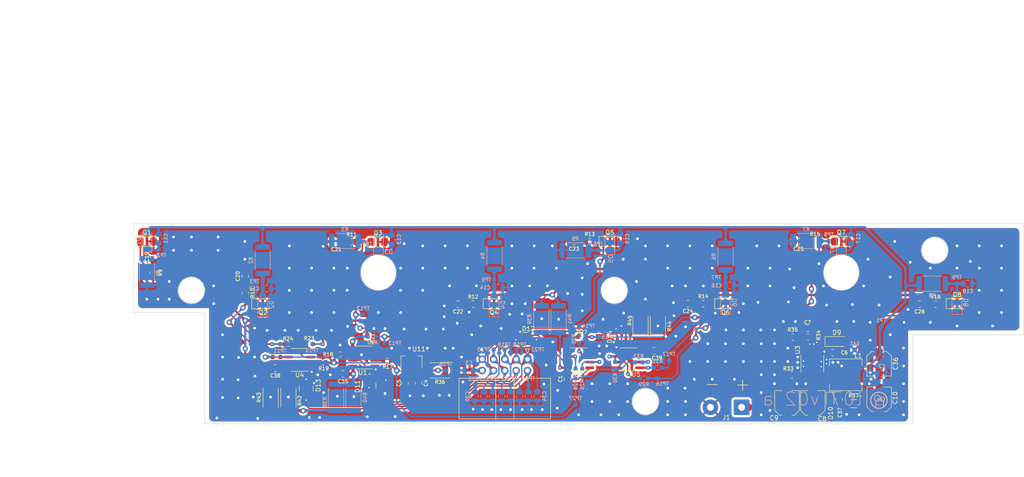
<source format=kicad_pcb>
(kicad_pcb (version 20240108) (generator "pcbnew") (generator_version "8.0")
  (layers (0 "F.Cu" signal) (31 "B.Cu" signal) (34 "B.Paste" user) (35 "F.Paste" user) (36 "B.SilkS" user "B.Silkscreen") (37 "F.SilkS" user "F.Silkscreen") (38 "B.Mask" user) (39 "F.Mask" user) (44 "Edge.Cuts" user))
  (net 0 "")
  (net 1 "GNDA")
  (net 2 "/OUT1")
  (net 3 "/+24_LED_1")
  (net 4 "/+24_FT_1")
  (net 5 "/OUT2")
  (net 6 "/OUT3")
  (net 7 "/OUT4")
  (net 8 "/OUT5")
  (net 9 "/OUT6")
  (net 10 "/OUT7")
  (net 11 "/OUT8")
  (net 12 "Net-(D1-K)")
  (net 13 "Net-(D2-A)")
  (net 14 "Net-(D3-K)")
  (net 15 "Net-(D4-A)")
  (net 16 "Net-(D5-K)")
  (net 17 "Net-(D6-A)")
  (net 18 "Net-(D7-K)")
  (net 19 "Net-(D8-A)")
  (net 20 "/Vref")
  (net 21 "/Collector1")
  (net 22 "/Collector2")
  (net 23 "/Collector3")
  (net 24 "/Collector4")
  (net 25 "/Collector5")
  (net 26 "/Collector6")
  (net 27 "/Collector7")
  (net 28 "/Collector8")
  (net 29 "Net-(U1A--)")
  (net 30 "Net-(U1B--)")
  (net 31 "Net-(U1A-+)")
  (net 32 "Net-(U1B-+)")
  (net 33 "Net-(U2A-+)")
  (net 34 "Net-(U2A--)")
  (net 35 "Net-(U2B-+)")
  (net 36 "Net-(U2B--)")
  (net 37 "Net-(D10-K)")
  (net 38 "Net-(D9-K)")
  (net 39 "Net-(U3-FB)")
  (net 40 "Net-(U3-EN)")
  (net 41 "Net-(U11-IN)")
  (net 42 "/+3.4V")
  (net 43 "Net-(U2C-V+)")
  (net 44 "Net-(U1C-V+)")
  (net 45 "Net-(C37-Pad1)")
  (net 46 "Net-(U4C-V+)")
  (net 47 "Net-(U5C-V+)")
  (net 48 "Net-(U4A--)")
  (net 49 "Net-(U4B--)")
  (net 50 "Net-(U4A-+)")
  (net 51 "Net-(U4B-+)")
  (net 52 "Net-(U5A-+)")
  (net 53 "Net-(U5A--)")
  (net 54 "Net-(U5B-+)")
  (net 55 "Net-(U5B--)")
  (footprint "Package_SO:SOIC-8_3.9x4.9mm_P1.27mm" (layer "F.Cu") (at 67.312499 80.635 180)
    (property "Reference" "U4")
    (property "Value" "LM358")
  )
  (footprint "Resistor_SMD:R_1206_3216Metric" (layer "F.Cu") (at 191.7625 90.5)
    (property "Reference" "R37")
    (property "Value" "1206 51 Ом")
  )
  (footprint "Capacitor_SMD:C_Elec_5x5.4" (layer "F.Cu") (at 182.6 90.3 90)
    (property "Reference" "C8")
    (property "Value" "4.7uF 50V SMD 5x5.4 (JCK1H4R7M040054)")
  )
  (footprint "Capacitor_SMD:C_Elec_5x5.4" (layer "F.Cu") (at 197.5 89.5 90)
    (property "Reference" "C10")
    (property "Value" "22uF 16V SMD 5x5.4 (JCK1C220M050054)")
  )
  (footprint "Package_SO:SOIC-8_3.9x4.9mm_P1.27mm" (layer "F.Cu") (at 141.2 80.5)
    (property "Reference" "U5")
    (property "Value" "LM358")
  )
  (footprint "Diode_SMD:D_1206_3216Metric_Pad1.42x1.75mm_HandSolder" (layer "F.Cu") (at 189.0125 54)
    (property "Reference" "Q7")
    (property "Value" "PT91-21B/TR7 (1206)")
  )
  (footprint "Diode_SMD:D_1206_3216Metric_Pad1.42x1.75mm_HandSolder" (layer "F.Cu") (at 84.9 54.1)
    (property "Reference" "Q3")
    (property "Value" "PT91-21B/TR7 (1206)")
  )
  (footprint "Capacitor_SMD:C_0805_2012Metric" (layer "F.Cu") (at 206.6 68.1 180)
    (property "Reference" "C26")
    (property "Value" "0805 0,1uF 100V")
  )
  (footprint "Resistor_SMD:R_0603_1608Metric" (layer "F.Cu") (at 76.425 79.4)
    (property "Reference" "R18")
    (property "Value" "0603 1 кОм±5%-0,062Вт")
  )
  (footprint "Resistor_SMD:R_0603_1608Metric" (layer "F.Cu") (at 82.5 75.9 -90)
    (property "Reference" "R21")
    (property "Value" "0603 1 кОм±5%-0,062Вт" (hide yes))
  )
  (footprint "Package_TO_SOT_SMD:SOT-23" (layer "F.Cu") (at 118.0375 76.05)
    (property "Reference" "D12")
    (property "Value" "NUP2105L")
  )
  (footprint "Resistor_SMD:R_0805_2012Metric" (layer "F.Cu") (at 183.0875 54)
    (property "Reference" "R15")
    (property "Value" "0805 51 кОм±5%-0,125 Вт")
  )
  (footprint "Resistor_SMD:R_2512_6332Metric" (layer "F.Cu") (at 98.8375 83 180)
    (property "Reference" "R36")
    (property "Value" "2512 0 Ом±5% 1Вт")
  )
  (footprint "Connector_IDC:IDC-Header_2x05_P2.54mm_Horizontal" (layer "F.Cu") (at 118.5 80.5 -90)
    (property "Reference" "J2" (hide yes))
    (property "Value" "DS1013-01-10RSiB-B")
  )
  (footprint "Capacitor_SMD:C_0805_2012Metric" (layer "F.Cu") (at 127.5 84.95 -90)
    (property "Reference" "C1")
    (property "Value" "0805 0,1uF 100V")
  )
  (footprint "Resistor_SMD:R_2512_6332Metric" (layer "F.Cu") (at 143.9 73.0625 -90)
    (property "Reference" "R45")
    (property "Value" "2512 620 Ом")
  )
  (footprint "Package_TO_SOT_SMD:SOT-89-3" (layer "F.Cu") (at 92.4375 81.1 90)
    (property "Reference" "U11")
    (property "Value" "L78L08 (SOT-89)")
  )
  (footprint "Capacitor_SMD:C_0805_2012Metric" (layer "F.Cu") (at 154.55 68 180)
    (property "Reference" "C24")
    (property "Value" "0805 0,1uF 100V")
  )
  (footprint "Package_SO:SOIC-8_3.9x4.9mm_P1.27mm" (layer "F.Cu") (at 130 80.5 180)
    (property "Reference" "U2")
    (property "Value" "LM358")
  )
  (footprint "Capacitor_SMD:C_0805_2012Metric" (layer "F.Cu") (at 77.05 83.8 180)
    (property "Reference" "C35")
    (property "Value" "0805 0,1uF 100V")
  )
  (footprint "Resistor_SMD:R_0805_2012Metric" (layer "F.Cu") (at 106.3 68.1)
    (property "Reference" "R12")
    (property "Value" "0805 51 кОм±5%-0,125 Вт")
  )
  (footprint "Capacitor_SMD:C_0805_2012Metric" (layer "F.Cu") (at 102.9 68.1 180)
    (property "Reference" "C22")
    (property "Value" "0805 0,1uF 100V")
  )
  (footprint "Package_TO_SOT_SMD:SOT-23" (layer "F.Cu") (at 139.65 75.4625 90)
    (property "Reference" "D14")
    (property "Value" "NUP2105L")
  )
  (footprint "Capacitor_SMD:C_0805_2012Metric" (layer "F.Cu") (at 55.1 61.85 90)
    (property "Reference" "C20")
    (property "Value" "0805 0,1uF 100V")
  )
  (footprint "Resistor_SMD:R_2512_6332Metric" (layer "F.Cu") (at 60.8 89.1 90)
    (property "Reference" "R43")
    (property "Value" "2512 620 Ом")
  )
  (footprint "Capacitor_SMD:C_0805_2012Metric" (layer "F.Cu") (at 94 85.85 -90)
    (property "Reference" "C4")
    (property "Value" "0805 0,1uF 100V")
  )
  (footprint "Capacitor_SMD:C_0805_2012Metric" (layer "F.Cu") (at 188.5 89.55 90)
    (property "Reference" "C37")
    (property "Value" "0805 10nF 50V")
  )
  (footprint "Resistor_SMD:R_0805_2012Metric" (layer "F.Cu") (at 34.4 61.0125 -90)
    (property "Reference" "R9")
    (property "Value" "0805 51 кОм±5%-0,125 Вт")
  )
  (footprint "Capacitor_SMD:C_0805_2012Metric" (layer "F.Cu") (at 187 79)
    (property "Reference" "C6")
    (property "Value" "0805 10nF 50V")
  )
  (footprint "Capacitor_SMD:C_0805_2012Metric" (layer "F.Cu") (at 61.85 82.5 180)
    (property "Reference" "C38")
    (property "Value" "0805 0,1uF 100V")
  )
  (footprint "Resistor_SMD:R_0805_2012Metric" (layer "F.Cu") (at 55.1 65.5875 -90)
    (property "Reference" "R10")
    (property "Value" "0805 51 кОм±5%-0,125 Вт")
  )
  (footprint "Resistor_SMD:R_2512_6332Metric" (layer "F.Cu") (at 147.8 73.0625 -90)
    (property "Reference" "R44")
    (property "Value" "2512 620 Ом")
  )
  (footprint "Capacitor_SMD:C_Elec_5x5.4" (layer "F.Cu") (at 197.5 81.5 -90)
    (property "Reference" "C36")
    (property "Value" "22uF 16V SMD 5x5.4 (JCK1C220M050054)")
  )
  (footprint "Resistor_SMD:R_0603_1608Metric" (layer "F.Cu") (at 72.525 81.3 180)
    (property "Reference" "R19")
    (property "Value" "0603 1 кОм±5%-0,062Вт")
  )
  (footprint "Diode_SMD:D_1206_3216Metric_Pad1.42x1.75mm_HandSolder" (layer "F.Cu") (at 111 68)
    (property "Reference" "Q4")
    (property "Value" "PT91-21B/TR7 (1206)")
  )
  (footprint "Diode_SMD:D_1206_3216Metric_Pad1.42x1.75mm_HandSolder" (layer "F.Cu") (at 215.0125 68)
    (property "Reference" "Q8")
    (property "Value" "PT91-21B/TR7 (1206)")
  )
  (footprint "Capacitor_SMD:C_0805_2012Metric" (layer "F.Cu") (at 128.95 54 180)
    (property "Reference" "C23")
    (property "Value" "0805 0,1uF 100V")
  )
  (footprint "Capacitor_SMD:C_Elec_5x5.4" (layer "F.Cu") (at 176.8 90.3 90)
    (property "Reference" "C9")
    (property "Value" "4.7uF 50V SMD 5x5.4 (JCK1H4R7M040054)")
  )
  (footprint "Diode_SMD:D_1206_3216Metric_Pad1.42x1.75mm_HandSolder" (layer "F.Cu") (at 137.0125 54)
    (property "Reference" "Q5")
    (property "Value" "PT91-21B/TR7 (1206)")
  )
  (footprint "Package_TO_SOT_SMD:SOT-23" (layer "F.Cu") (at 82.9 86.4375 90)
    (property "Reference" "D11")
    (property "Value" "NUP2105L")
  )
  (footprint "Resistor_SMD:R_0805_2012Metric" (layer "F.Cu") (at 178.0875 75.5)
    (property "Reference" "R35")
    (property "Value" "0805 56 кОм 5% - 0,125Вт")
  )
  (footprint "Resistor_SMD:R_0603_1608Metric" (layer "F.Cu") (at 69.4725 77.085 180)
    (property "Reference" "R23")
    (property "Value" "0603 1 кОм±5%-0,062Вт")
  )
  (footprint "Resistor_SMD:R_2512_6332Metric" (layer "F.Cu") (at 64.8 89.1 90)
    (property "Reference" "R42")
    (property "Value" "2512 620 Ом")
  )
  (footprint "Capacitor_SMD:C_0805_2012Metric" (layer "F.Cu") (at 75.55 54.1 180)
    (property "Reference" "C21")
    (property "Value" "0805 0,1uF 100V")
  )
  (footprint "Resistor_SMD:R_0805_2012Metric" (layer "F.Cu") (at 158 68)
    (property "Reference" "R14")
    (property "Value" "0805 51 кОм±5%-0,125 Вт")
  )
  (footprint "Capacitor_SMD:C_0805_2012Metric" (layer "F.Cu") (at 91 85.85 -90)
    (property "Reference" "C5")
    (property "Value" "0805 0,1uF 100V")
  )
  (footprint "Diode_SMD:D_SOD-323" (layer "F.Cu") (at 186.5 89.5 -90)
    (property "Reference" "D10")
    (property "Value" "1N5819WS (SOD-323)")
  )
  (footprint "Resistor_SMD:R_0805_2012Metric" (layer "F.Cu") (at 78.9875 54.1)
    (property "Reference" "R11")
    (property "Value" "0805 51 кОм±5%-0,125 Вт")
  )
  (footprint "Capacitor_SMD:C_0805_2012Metric" (layer "F.Cu") (at 181.45 73.5 180)
    (property "Reference" "C7")
    (property "Value" "0805 82pF 50V")
  )
  (footprint "Inductor_SMD:L_APV_APH0630" (layer "F.Cu") (at 190 84)
    (property "Reference" "L1")
    (property "Value" "HI0630-150M (15uH 3A)")
  )
  (footprint "Diode_SMD:D_1206_3216Metric_Pad1.42x1.75mm_HandSolder" (layer "F.Cu") (at 163.0125 68)
    (property "Reference" "Q6")
    (property "Value" "PT91-21B/TR7 (1206)")
  )
  (footprint "Capacitor_SMD:C_0805_2012Metric" (layer "F.Cu") (at 146.95 78.6)
    (property "Reference" "C39")
    (property "Value" "0805 0,1uF 100V")
  )
  (footprint "Resistor_SMD:R_0805_2012Metric" (layer "F.Cu") (at 181.4875 75.5 180)
    (property "Reference" "R34")
    (property "Value" "0805 100кОм 5% - 0,125Вт")
  )
  (footprint "Diode_SMD:D_MiniMELF" (layer "F.Cu") (at 188 76.5)
    (property "Reference" "D9")
    (property "Value" "LL4148 (miniMELF)")
  )
  (footprint "Resistor_SMD:R_0603_1608Metric" (layer "F.Cu") (at 64.7975 77.085)
    (property "Reference" "R24")
    (property "Value" "0603 1 кОм±5%-0,062Вт")
  )
  (footprint "Resistor_SMD:R_0805_2012Metric" (layer "F.Cu") (at 177.9125 84 180)
    (property "Reference" "R33")
    (property "Value" "opt (100k)")
  )
  (footprint "Package_SO:SOIC-8_3.9x4.9mm_P1.27mm" (layer "F.Cu") (at 81.7 80.1 180)
    (property "Reference" "U1")
    (property "Value" "LM358")
  )
  (footprint "Resistor_SMD:R_0805_2012Metric" (layer "F.Cu") (at 132.4875 54)
    (property "Reference" "R13")
    (property "Value" "0805 51 кОм±5%-0,125 Вт")
  )
  (footprint "Diode_SMD:D_1206_3216Metric_Pad1.42x1.75mm_HandSolder" (layer "F.Cu") (at 59.0125 68)
    (property "Reference" "Q2")
    (property "Value" "PT91-21B/TR7 (1206)")
  )
  (footprint "Package_SO:HSOP-8-1EP_3.9x4.9mm_P1.27mm_EP2.41x3.1mm" (layer "F.Cu") (at 182.5 81.5 -90)
    (property "Reference" "U3")
    (property "Value" "RT8279 (HSOP-8)")
  )
  (footprint "Capacitor_SMD:C_0805_2012Metric" (layer "F.Cu") (at 179.45 54 180)
    (property "Reference" "C25")
    (property "Value" "0805 0,1uF 100V")
  )
  (footprint "Resistor_SMD:R_0603_1608Metric" (layer "F.Cu") (at 130.675 75.5 180)
    (property "Reference" "R27")
    (property "Value" "0603 1 кОм±5%-0,062Вт")
  )
  (footprint "Resistor_SMD:R_0805_2012Metric" (layer "F.Cu") (at 210.1875 68.1)
    (property "Reference" "R16")
    (property "Value" "0805 51 кОм±5%-0,125 Вт")
  )
  (footprint "Resistor_SMD:R_0603_1608Metric" (layer "F.Cu") (at 62.125 80)
    (property "Reference" "R20" (hide yes))
    (property "Value" "0603 1 кОм±5%-0,062Вт")
  )
  (footprint "Connector_Wire:SolderWire-0.75sqmm_1x02_P7mm_D1.25mm_OD3.5mm" (layer "F.Cu") (at 166.6 91.3 180)
    (property "Reference" "J1")
    (property "Value" "Conn_01x02_Socket")
  )
  (footprint "Package_TO_SOT_SMD:SOT-23" (layer "F.Cu") (at 68.8 87.0375 -90)
    (property "Reference" "D13")
    (property "Value" "NUP2105L")
  )
  (footprint "Capacitor_SMD:C_0805_2012Metric" (layer "F.Cu") (at 34.5 57.45 90)
    (property "Reference" "C19")
    (property "Value" "0805 0,1uF 100V")
  )
  (footprint "Resistor_SMD:R_0603_1608Metric" (layer "F.Cu") (at 86.975 80.8 180)
    (property "Reference" "R17")
    (property "Value" "0603 1 кОм±5%-0,062Вт")
  )
  (footprint "Diode_SMD:D_1206_3216Metric_Pad1.42x1.75mm_HandSolder" (layer "F.Cu") (at 33.0125 54)
    (property "Reference" "Q1")
    (property "Value" "PT91-21B/TR7 (1206)")
  )
  (footprint "TestPoint:TestPoint_Pad_D1.0mm" (layer "B.Cu") (at 59 62.9 180)
    (property "Reference" "TP3")
    (property "Value" "TestPoint")
  )
  (footprint "TestPoint:TestPoint_Pad_D1.0mm" (layer "B.Cu") (at 110.7 86.3 180)
    (property "Reference" "TP21")
    (property "Value" "TestPoint")
  )
  (footprint "Capacitor_SMD:C_0805_2012Metric" (layer "B.Cu") (at 106.7 88.85 -90)
    (property "Reference" "C30")
    (property "Value" "0805 0,1uF 100V")
  )
  (footprint "Capacitor_SMD:C_0805_2012Metric" (layer "B.Cu") (at 35.6 53.35 -90)
    (property "Reference" "C11")
    (property "Value" "0805 0,1uF 100V")
  )
  (footprint "Resistor_SMD:R_2512_6332Metric" (layer "B.Cu") (at 129.2375 56 180)
    (property "Reference" "R5")
    (property "Value" "2512 68 Ом±5%-1 Вт")
  )
  (footprint "Diode_SMD:D_MiniMELF" (layer "B.Cu") (at 215 67.75 90)
    (property "Reference" "D8")
    (property "Value" "TSML1020")
  )
  (footprint "Capacitor_SMD:C_0805_2012Metric" (layer "B.Cu") (at 163.95 63.9)
    (property "Reference" "C16")
    (property "Value" "0805 0,1uF 100V")
  )
  (footprint "Capacitor_SMD:C_0805_2012Metric" (layer "B.Cu") (at 88 53.6 -90)
    (property "Reference" "C13")
    (property "Value" "0805 0,1uF 100V")
  )
  (footprint "TestPoint:TestPoint_Pad_D1.0mm" (layer "B.Cu") (at 118.7 86.3 180)
    (property "Reference" "TP24")
    (property "Value" "TestPoint")
  )
  (footprint "TestPoint:TestPoint_Pad_D1.0mm" (layer "B.Cu") (at 70.1975 77.085 90)
    (property "Reference" "TP10")
    (property "Value" "TestPoint")
  )
  (footprint "Capacitor_SMD:C_0805_2012Metric" (layer "B.Cu") (at 112.7 88.85 -90)
    (property "Reference" "C32" (hide yes))
    (property "Value" "0805 0,1uF 100V")
  )
  (footprint "Symbol:PB_LOGO" (layer "B.Cu") (at 197.6 89.5 180)
    (property "Reference" "G***" (hide yes))
    (property "Value" "LOGO" (hide yes))
  )
  (footprint "Capacitor_SMD:C_0805_2012Metric" (layer "B.Cu") (at 110.7 88.85 -90)
    (property "Reference" "C29" (hide yes))
    (property "Value" "0805 0,1uF 100V")
  )
  (footprint "Resistor_SMD:R_2512_6332Metric" (layer "B.Cu") (at 125.5 71.4625 -90)
    (property "Reference" "R41")
    (property "Value" "2512 620 Ом")
  )
  (footprint "TestPoint:TestPoint_Pad_D1.0mm" (layer "B.Cu") (at 62.9975 77.085 180)
    (property "Reference" "TP11")
    (property "Value" "TestPoint")
  )
  (footprint "Resistor_SMD:R_0603_1608Metric" (layer "B.Cu") (at 130.8 83.525 90)
    (property "Reference" "R26")
    (property "Value" "0603 1 кОм±5%-0,062Вт")
  )
  (footprint "TestPoint:TestPoint_Pad_D1.0mm" (layer "B.Cu") (at 118.5 78.3 180)
    (property "Reference" "TP22")
    (property "Value" "TestPoint")
  )
  (footprint "Resistor_SMD:R_0603_1608Metric" (layer "B.Cu") (at 147.775 82.4 180)
    (property "Reference" "R31")
    (property "Value" "0603 1 кОм±5%-0,062Вт")
  )
  (footprint "Capacitor_SMD:C_0805_2012Metric" (layer "B.Cu") (at 120.7 88.85 -90)
    (property "Reference" "C34")
    (property "Value" "0805 0,1uF 100V")
  )
  (footprint "TestPoint:TestPoint_Pad_D1.0mm" (layer "B.Cu") (at 215 63.5 180)
    (property "Reference" "TP9")
    (property "Value" "TestPoint")
  )
  (footprint "TestPoint:TestPoint_Pad_D1.0mm" (layer "B.Cu") (at 134.4 56 180)
    (property "Reference" "TP6")
    (property "Value" "TestPoint")
  )
  (footprint "Resistor_SMD:R_0603_1608Metric" (layer "B.Cu") (at 83.475 75.4 180)
    (property "Reference" "R22")
    (property "Value" "0603 1 кОм±5%-0,062Вт")
  )
  (footprint "Resistor_SMD:R_2512_6332Metric" (layer "B.Cu") (at 163 57.4 -90)
    (property "Reference" "R6")
    (property "Value" "2512 68 Ом±5%-1 Вт")
  )
  (footprint "Diode_SMD:D_MiniMELF" (layer "B.Cu") (at 163 67.75 90)
    (property "Reference" "D6")
    (property "Value" "TSML1020")
  )
  (footprint "Diode_SMD:D_MiniMELF" (layer "B.Cu") (at 111 68.25 90)
    (property "Reference" "D4")
    (property "Value" "TSML1020")
  )
  (footprint "TestPoint:TestPoint_Pad_D1.0mm" (layer "B.Cu") (at 111 62.6 180)
    (property "Reference" "TP5")
    (property "Value" "TestPoint")
  )
  (footprint "TestPoint:TestPoint_Pad_D1.0mm" (layer "B.Cu") (at 129.3 90.7 180)
    (property "Reference" "TP27")
    (property "Value" "TestPoint")
  )
  (footprint "Capacitor_SMD:C_0805_2012Metric" (layer "B.Cu") (at 191.2 53.45 -90)
    (property "Reference" "C17")
    (property "Value" "0805 0,1uF 100V")
  )
  (footprint "TestPoint:TestPoint_Pad_D1.0mm" (layer "B.Cu") (at 192 78.4 180)
    (property "Reference" "GA1")
    (property "Value" "TestPoint")
  )
  (footprint "Capacitor_SMD:C_0805_2012Metric" (layer "B.Cu") (at 217.45 63.5)
    (property "Reference" "C18")
    (property "Value" "0805 0,1uF 100V")
  )
  (footprint "Capacitor_SMD:C_0805_2012Metric" (layer "B.Cu") (at 59.95 64.6)
    (property "Reference" "C12")
    (property "Value" "0805 0,1uF 100V")
  )
  (footprint "TestPoint:TestPoint_Pad_D1.0mm" (layer "B.Cu") (at 110.9 78.3 180)
    (property "Reference" "TP23")
    (property "Value" "TestPoint")
  )
  (footprint "Capacitor_SMD:C_0805_2012Metric" (layer "B.Cu") (at 114.7 88.85 -90)
    (property "Reference" "C28" (hide yes))
    (property "Value" "0805 0,1uF 100V")
  )
  (footprint "Resistor_SMD:R_2512_6332Metric" (layer "B.Cu") (at 209.4375 63.5)
    (property "Reference" "R8")
    (property "Value" "2512 68 Ом±5%-1 Вт")
  )
  (footprint "TestPoint:TestPoint_Pad_D1.0mm" (layer "B.Cu") (at 35.6 55.9 180)
    (property "Reference" "TP2")
    (property "Value" "TestPoint")
  )
  (footprint "Capacitor_SMD:C_0805_2012Metric" (layer "B.Cu") (at 105.35 83 180)
    (property "Reference" "C3")
    (property "Value" "0805 0,1uF 100V")
  )
  (footprint "Resistor_SMD:R_2512_6332Metric" (layer "B.Cu") (at 181.1375 53.9 180)
    (property "Reference" "R7")
    (property "Value" "2512 68 Ом±5%-1 Вт")
  )
  (footprint "Capacitor_SMD:C_0805_2012Metric" (layer "B.Cu") (at 118.7 88.85 -90)
    (property "Reference" "C27" (hide yes))
    (property "Value" "0805 0,1uF 100V")
  )
  (footprint "Resistor_SMD:R_0603_1608Metric" (layer "B.Cu") (at 129.3 83.525 90)
    (property "Reference" "R28")
    (property "Value" "0603 1 кОм±5%-0,062Вт")
  )
  (footprint "TestPoint:TestPoint_Pad_D1.0mm" (layer "B.Cu") (at 163 62.1 180)
    (property "Reference" "TP7")
    (property "Value" "TestPoint")
  )
  (footprint "TestPoint:TestPoint_Pad_D1.0mm" (layer "B.Cu") (at 186.2 53.9 180)
    (property "Reference" "TP8")
    (property "Value" "TestPoint")
  )
  (footprint "Capacitor_SMD:C_0805_2012Metric" (layer "B.Cu") (at 198.05 83.7)
    (property "Reference" "C2")
    (property "Value" "0805 0,1uF 100V")
  )
  (footprint "Resistor_SMD:R_2512_6332Metric" (layer "B.Cu") (at 75.5 89.0625 90)
    (property "Reference" "R38")
    (property "Value" "2512 620 Ом")
  )
  (footprint "Capacitor_SMD:C_0805_2012Metric" (layer "B.Cu") (at 108.7 88.85 -90)
    (property "Reference" "C31" (hide yes))
    (property "Value" "0805 0,1uF 100V")
  )
  (footprint "TestPoint:TestPoint_Pad_D1.0mm" (layer "B.Cu") (at 116 78.3 180)
    (property "Reference" "TP18")
    (property "Value" "TestPoint")
  )
  (footprint "TestPoint:TestPoint_Pad_D1.0mm" (layer "B.Cu") (at 197.9 73.2 180)
    (property "Reference" "TP1")
    (property "Value" "TestPoint")
  )
  (footprint "TestPoint:TestPoint_Pad_D1.0mm" (layer "B.Cu") (at 147.6 84.8 180)
    (property "Reference" "TP16")
    (property "Value" "TestPoint")
  )
  (footprint "TestPoint:TestPoint_Pad_D1.0mm" (layer "B.Cu") (at 106.7 86.4 180)
    (property "Reference" "TP25")
    (property "Value" "TestPoint")
  )
  (footprint "TestPoint:TestPoint_Pad_D1.0mm" (layer "B.Cu") (at 81.6 70.5 180)
    (property "Reference" "TP12")
    (property "Value" "TestPoint")
  )
  (footprint "TestPoint:TestPoint_Pad_D1.0mm" (layer "B.Cu") (at 113.4 78.3 180)
    (property "Reference" "TP19")
    (property "Value" "TestPoint")
  )
  (footprint "TestPoint:TestPoint_Pad_D1.0mm" (layer "B.Cu") (at 150.3 80.8 180)
    (property "Reference" "TP17")
    (property "Value" "TestPoint")
  )
  (footprint "Resistor_SMD:R_2512_6332Metric" (layer "B.Cu") (at 59 58.2375 -90)
    (property "Reference" "R2")
    (property "Value" "2512 68 Ом±5%-1 Вт")
  )
  (footprint "Resistor_SMD:R_2512_6332Metric" (layer "B.Cu") (at 33 60.8625 -90)
    (property "Reference" "R1")
    (property "Value" "2512 68 Ом±5%-1 Вт")
  )
  (footprint "TestPoint:TestPoint_Pad_D1.0mm" (layer "B.Cu") (at 86.4 76.9 180)
    (property "Reference" "TP13")
    (property "Value" "TestPoint")
  )
  (footprint "Resistor_SMD:R_2512_6332Metric" (layer "B.Cu") (at 79.4 89.0625 90)
    (property "Reference" "R40")
    (property "Value" "2512 620 Ом")
  )
  (footprint "Resistor_SMD:R_0603_1608Metric" (layer "B.Cu") (at 130.1 76 -90)
    (property "Reference" "R25")
    (property "Value" "0603 1 кОм±5%-0,062Вт")
  )
  (footprint "Diode_SMD:D_MiniMELF" (layer "B.Cu") (at 59 68.25 90)
    (property "Reference" "D2")
    (property "Value" "TSML1020")
  )
  (footprint "TestPoint:TestPoint_Pad_D1.0mm" (layer "B.Cu") (at 100.2 83 180)
    (property "Reference" "TP26")
    (property "Value" "TestPoint")
  )
  (footprint "Resistor_SMD:R_0603_1608Metric" (layer "B.Cu") (at 143.525 81.2)
    (property "Reference" "R32")
    (property "Value" "0603 1 кОм±5%-0,062Вт")
  )
  (footprint "TestPoint:TestPoint_Pad_D1.0mm" (layer "B.Cu") (at 82.5 56 180)
    (property "Reference" "TP4")
    (property "Value" "TestPoint")
  )
  (footprint "Resistor_SMD:R_0603_1608Metric" (layer "B.Cu") (at 144.675 84.8 180)
    (property "Reference" "R29")
    (property "Value" "0603 1 кОм±5%-0,062Вт")
  )
  (footprint "Diode_SMD:D_MiniMELF" (layer "B.Cu") (at 137 54.25 90)
    (property "Reference" "D5")
    (property "Value" "TSML1020")
  )
  (footprint "TestPoint:TestPoint_Pad_D1.0mm" (layer "B.Cu") (at 114.7 86.2 180)
    (property "Reference" "TP20")
    (property "Value" "TestPoint")
  )
  (footprint "Resistor_SMD:R_2512_6332Metric" (layer "B.Cu") (at 111.1 57.2375 -90)
    (property "Reference" "R4")
    (property "Value" "2512 68 Ом±5%-1 Вт")
  )
  (footprint "Diode_SMD:D_MiniMELF" (layer "B.Cu") (at 33 53.75 90)
    (property "Reference" "D1")
    (property "Value" "TSML1020")
  )
  (footprint "Resistor_SMD:R_0603_1608Metric" (layer "B.Cu") (at 138.2 81.975 90)
    (property "Reference" "R30")
    (property "Value" "0603 1 кОм±5%-0,062Вт")
  )
  (footprint "Resistor_SMD:R_2512_6332Metric" (layer "B.Cu") (at 121.6 71.4625 -90)
    (property "Reference" "R39")
    (property "Value" "2512 620 Ом")
  )
  (footprint "Capacitor_SMD:C_0805_2012Metric" (layer "B.Cu") (at 139.4 53.35 -90)
    (property "Reference" "C15")
    (property "Value" "0805 0,1uF 100V")
  )
  (footprint "TestPoint:TestPoint_Pad_D1.0mm" (layer "B.Cu") (at 130.1 73 180)
    (property "Reference" "TP14")
    (property "Value" "TestPoint")
  )
  (footprint "Capacitor_SMD:C_0805_2012Metric" (layer "B.Cu") (at 116.7 88.85 -90)
    (property "Reference" "C33" (hide yes))
    (property "Value" "0805 0,1uF 100V")
  )
  (footprint "Diode_SMD:D_MiniMELF" (layer "B.Cu") (at 189 54.25 90)
    (property "Reference" "D7")
    (property "Value" "TSML1020")
  )
  (footprint "Diode_SMD:D_MiniMELF" (layer "B.Cu") (at 85 54.25 90)
    (property "Reference" "D3")
    (property "Value" "TSML1020")
  )
  (footprint "Resistor_SMD:R_2512_6332Metric" (layer "B.Cu") (at 77.5 53.9 180)
    (property "Reference" "R3")
    (property "Value" "2512 68 Ом±5%-1 Вт")
  )
  (footprint "Capacitor_SMD:C_0805_2012Metric" (layer "B.Cu") (at 111.95 64.4)
    (property "Reference" "C14")
    (property "Value" "0805 0,1uF 100V")
  )
  (footprint "TestPoint:TestPoint_Pad_D1.0mm" (layer "B.Cu") (at 134.5 75.5 180)
    (property "Reference" "TP15")
    (property "Value" "TestPoint")
  )
  (gr_line (start 30 70) (end 30 50) (stroke (width 0.1)) (layer "Edge.Cuts"))
  (gr_line (start 230 50) (end 230 75) (stroke (width 0.1)) (layer "Edge.Cuts"))
  (gr_line (start 30 70) (end 46 70) (stroke (width 0.1)) (layer "Edge.Cuts"))
  (gr_line (start 46 70) (end 46 75) (stroke (width 0.1)) (layer "Edge.Cuts"))
  (gr_circle (center 43 65) (end 46 65) (stroke (width 0.1)) (fill none) (layer "Edge.Cuts"))
  (gr_circle (center 189 61) (end 193 61) (stroke (width 0.1)) (fill none) (layer "Edge.Cuts"))
  (gr_line (start 46 95) (end 46 75) (stroke (width 0.1)) (layer "Edge.Cuts"))
  (gr_line (start 205 95) (end 46 95) (stroke (width 0.1)) (layer "Edge.Cuts"))
  (gr_circle (center 138 65) (end 141 65) (stroke (width 0.1)) (fill none) (layer "Edge.Cuts"))
  (gr_line (start 30 50) (end 230 50) (stroke (width 0.1)) (layer "Edge.Cuts"))
  (gr_circle (center 145 90) (end 148 90) (stroke (width 0.1)) (fill none) (layer "Edge.Cuts"))
  (gr_line (start 230 75) (end 205 75) (stroke (width 0.1)) (layer "Edge.Cuts"))
  (gr_circle (center 210 56) (end 213 56) (stroke (width 0.1)) (fill none) (layer "Edge.Cuts"))
  (gr_circle (center 85 61) (end 89 61) (stroke (width 0.1)) (fill none) (layer "Edge.Cuts"))
  (gr_line (start 205 75) (end 205 95) (stroke (width 0.1)) (layer "Edge.Cuts"))
  (gr_text "t07 v02 a" (at 194 91.2 0) (layer "B.SilkS") (effects (font (size 3 3)) (justify left bottom mirror)))
  (gr_text "-" (at 158.1 87.7 0) (layer "F.SilkS") (effects (font (size 3 3)) (justify left bottom)))
  (gr_text "+" (at 164.9 87.8 0) (layer "F.SilkS") (effects (font (size 3 3)) (justify left bottom)))
  (segment (start 68.8 89.7) (end 68.8 87.975) (width 0.3) (layer "F.Cu") (net 1))
  (segment (start 139.6 74.475) (end 139.65 74.525) (width 0.3) (layer "F.Cu") (net 1))
  (segment (start 73.27 78.73) (end 74.7 77.3) (width 0.3) (layer "F.Cu") (net 1))
  (segment (start 74.7 77.3) (end 76.4 77.3) (width 0.3) (layer "F.Cu") (net 1))
  (segment (start 34.5 56.5) (end 34.5 54) (width 0.5) (layer "F.Cu") (net 1))
  (segment (start 139.6 73) (end 139.6 74.475) (width 0.3) (layer "F.Cu") (net 1))
  (segment (start 69.787499 78.73) (end 73.27 78.73) (width 0.3) (layer "F.Cu") (net 1))
  (via (at 125.3 87.5) (size 1.2) (drill 0.6) (layers "F.Cu" "B.Cu") (net 1))
  (via (at 99.8 70.9) (size 1.2) (drill 0.6) (layers "F.Cu" "B.Cu") (net 1))
  (via (at 167 81) (size 1.2) (drill 0.6) (layers "F.Cu" "B.Cu") (net 1))
  (via (at 167 73.9) (size 1.2) (drill 0.6) (layers "F.Cu" "B.Cu") (net 1))
  (via (at 173 92) (size 1.2) (drill 0.6) (layers "F.Cu" "B.Cu") (net 1))
  (via (at 115 68) (size 1.2) (drill 0.6) (layers "F.Cu" "B.Cu") (net 1))
  (via (at 225 60) (size 1.2) (drill 0.6) (layers "F.Cu" "B.Cu") (net 1))
  (via (at 90 60) (size 1.2) (drill 0.6) (layers "F.Cu" "B.Cu") (net 1))
  (via (at 174 84) (size 1.2) (drill 0.6) (layers "F.Cu" "B.Cu") (net 1))
  (via (at 220 65) (size 1.2) (drill 0.6) (layers "F.Cu" "B.Cu") (net 1))
  (via (at 225 70) (size 1.2) (drill 0.6) (layers "F.Cu" "B.Cu") (net 1))
  (via (at 178.7 72) (size 1.2) (drill 0.6) (layers "F.Cu" "B.Cu") (net 1))
  (via (at 115 60) (size 1.2) (drill 0.6) (layers "F.Cu" "B.Cu") (net 1))
  (via (at 178.4 64.4) (size 1.2) (drill 0.6) (layers "F.Cu" "B.Cu") (net 1))
  (via (at 184.5 81) (size 0.9) (drill 0.3) (layers "F.Cu" "B.Cu") (net 1))
  (via (at 171 88) (size 1.2) (drill 0.6) (layers "F.Cu" "B.Cu") (net 1))
  (via (at 163 77) (size 1.2) (drill 0.6) (layers "F.Cu" "B.Cu") (net 1))
  (via (at 167 68) (size 1.2) (drill 0.6) (layers "F.Cu" "B.Cu") (net 1))
  (via (at 53.5 85.1) (size 1.2) (drill 0.6) (layers "F.Cu" "B.Cu") (net 1))
  (via (at 215 73) (size 1.2) (drill 0.6) (layers "F.Cu" "B.Cu") (net 1))
  (via (at 38 63) (size 1.2) (drill 0.6) (layers "F.Cu" "B.Cu") (net 1))
  (via (at 125.2 91.5) (size 1.2) (drill 0.6) (layers "F.Cu" "B.Cu") (net 1))
  (via (at 143.2 53.4) (size 1.2) (drill 0.6) (layers "F.Cu" "B.Cu") (net 1))
  (via (at 200 75) (size 1.2) (drill 0.6) (layers "F.Cu" "B.Cu") (net 1))
  (via (at 78 65) (size 1.2) (drill 0.6) (layers "F.Cu" "B.Cu") (net 1))
  (via (at 174 77) (size 1.2) (drill 0.6) (layers "F.Cu" "B.Cu") (net 1))
  (via (at 180.5 80.9) (size 0.9) (drill 0.3) (layers "F.Cu" "B.Cu") (net 1))
  (via (at 175 55) (size 1.2) (drill 0.6) (layers "F.Cu" "B.Cu") (net 1))
  (via (at 154 64) (size 1.2) (drill 0.6) (layers "F.Cu" "B.Cu") (net 1))
  (via (at 74.5 74) (size 1.2) (drill 0.6) (layers "F.Cu" "B.Cu") (net 1))
  (via (at 147.8 73) (size 1.2) (drill 0.6) (layers "F.Cu" "B.Cu") (net 1))
  (via (at 155 81) (size 1.2) (drill 0.6) (layers "F.Cu" "B.Cu") (net 1))
  (via (at 115 55) (size 1.2) (drill 0.6) (layers "F.Cu" "B.Cu") (net 1))
  (via (at 124.2 76.6) (size 1.2) (drill 0.6) (layers "F.Cu" "B.Cu") (net 1))
  (via (at 86.5 73.6) (size 1.2) (drill 0.6) (layers "F.Cu" "B.Cu") (net 1))
  (via (at 183.5 76.7) (size 0.9) (drill 0.3) (layers "F.Cu" "B.Cu") (net 1))
  (via (at 112.5 91.8) (size 1.2) (drill 0.6) (layers "F.Cu" "B.Cu") (net 1))
  (via (at 83 83.8) (size 0.9) (drill 0.3) (layers "F.Cu" "B.Cu") (net 1))
  (via (at 137 86) (size 1.2) (drill 0.6) (layers "F.Cu" "B.Cu") (net 1))
  (via (at 56.9 89) (size 1.2) (drill 0.6) (layers "F.Cu" "B.Cu") (net 1))
  (via (at 130.8 65.9) (size 1.2) (drill 0.6) (layers "F.Cu" "B.Cu") (net 1))
  (via (at 120 60) (size 1.2) (drill 0.6) (layers "F.Cu" "B.Cu") (net 1))
  (via (at 220 55) (size 1.2) (drill 0.6) (layers "F.Cu" "B.Cu") (net 1))
  (via (at 180.5 82.1) (size 0.9) (drill 0.3) (layers "F.Cu" "B.Cu") (net 1))
  (via (at 165 85) (size 1.2) (drill 0.6) (layers "F.Cu" "B.Cu") (net 1))
  (via (at 122.7 81.8) (size 1.2) (drill 0.6) (layers "F.Cu" "B.Cu") (net 1))
  (via (at 173 64) (size 1.2) (drill 0.6) (layers "F.Cu" "B.Cu") (net 1))
  (via (at 78 60) (size 1.2) (drill 0.6) (layers "F.Cu" "B.Cu") (net 1))
  (via (at 189.1 82) (size 1.2) (drill 0.6) (layers "F.Cu" "B.Cu") (net 1))
  (via (at 105 60) (size 1.2) (drill 0.6) (layers "F.Cu" "B.Cu") (net 1))
  (via (at 106 75) (size 1.2) (drill 0.6) (layers "F.Cu" "B.Cu") (net 1))
  (via (at 188 72) (size 1.2) (drill 0.6) (layers "F.Cu" "B.Cu") (net 1))
  (via (at 181 86) (size 1.2) (drill 0.6) (layers "F.Cu" "B.Cu") (net 1))
  (via (at 209 60) (size 1.2) (drill 0.6) (layers "F.Cu" "B.Cu") (net 1))
  (via (at 101.8 78) (size 1.2) (drill 0.6) (layers "F.Cu" "B.Cu") (net 1))
  (via (at 92 78) (size 1.2) (drill 0.6) (layers "F.Cu" "B.Cu") (net 1))
  (via (at 79.5 88.9) (size 1.2) (drill 0.6) (layers "F.Cu" "B.Cu") (net 1))
  (via (at 145 58) (size 1.2) (drill 0.6) (layers "F.Cu" "B.Cu") (net 1))
  (via (at 160.7 70.1) (size 1.2) (drill 0.6) (layers "F.Cu" "B.Cu") (net 1))
  (via (at 98.7 88.6) (size 1.2) (drill 0.6) (layers "F.Cu" "B.Cu") (net 1))
  (via (at 107 64) (size 1.2) (drill 0.6) (layers "F.Cu" "B.Cu") (net 1))
  (via (at 166 70) (size 1.2) (drill 0.6) (layers "F.Cu" "B.Cu") (net 1))
  (via (at 57.2 73.5) (size 1.2) (drill 0.6) (layers "F.Cu" "B.Cu") (net 1))
  (via (at 138.4 73.6) (size 0.9) (drill 0.3) (layers "F.Cu" "B.Cu") (net 1))
  (via (at 182.8 77.1) (size 0.9) (drill 0.3) (layers "F.Cu" "B.Cu") (net 1))
  (via (at 71.8 93.6) (size 1.2) (drill 0.6) (layers "F.Cu" "B.Cu") (net 1))
  (via (at 95 60) (size 1.2) (drill 0.6) (layers "F.Cu" "B.Cu") (net 1))
  (via (at 90 70) (size 1.2) (drill 0.6) (layers "F.Cu" "B.Cu") (net 1))
  (via (at 185.7 80.6) (size 0.9) (drill 0.3) (layers "F.Cu" "B.Cu") (net 1))
  (via (at 117.3 70.3) (size 1.2) (drill 0.6) (layers "F.Cu" "B.Cu") (net 1))
  (via (at 155 55) (size 1.2) (drill 0.6) (layers "F.Cu" "B.Cu") (net 1))
  (via (at 204 69.3) (size 1.2) (drill 0.6) (layers "F.Cu" "B.Cu") (net 1))
  (via (at 50 85) (size 1.2) (drill 0.6) (layers "F.Cu" "B.Cu") (net 1))
  (via (at 100 55) (size 1.2) (drill 0.6) (layers "F.Cu" "B.Cu") (net 1))
  (via (at 48 64) (size 1.2) (drill 0.6) (layers "F.Cu" "B.Cu") (net 1))
  (via (at 133 90) (size 1.2) (drill 0.6) (layers "F.Cu" "B.Cu") (net 1))
  (via (at 85 70) (size 1.2) (drill 0.6) (layers "F.Cu" "B.Cu") (net 1))
  (via (at 135 93) (size 1.2) (drill 0.6) (layers "F.Cu" "B.Cu") (net 1))
  (via (at 177 81) (size 1.2) (drill 0.6) (layers "F.Cu" "B.Cu") (net 1))
  (via (at 43 53) (size 1.2) (drill 0.6) (layers "F.Cu" "B.Cu") (net 1))
  (via (at 49 53) (size 1.2) (drill 0.6) (layers "F.Cu" "B.Cu") (net 1))
  (via (at 174 86) (size 1.2) (drill 0.6) (layers "F.Cu" "B.Cu") (net 1))
  (via (at 159 81) (size 1.2) (drill 0.6) (layers "F.Cu" "B.Cu") (net 1))
  (via (at 220 60) (size 1.2) (drill 0.6) (layers "F.Cu" "B.Cu") (net 1))
  (via (at 105 55) (size 1.2) (drill 0.6) (layers "F.Cu" "B.Cu") (net 1))
  (via (at 179.2 81.2) (size 1.2) (drill 0.6) (layers "F.Cu" "B.Cu") (net 1))
  (via (at 65 65) (size 1.2) (drill 0.6) (layers "F.Cu" "B.Cu") (net 1))
  (via (at 55 58) (size 1.2) (drill 0.6) (layers "F.Cu" "B.Cu") (net 1))
  (via (at 151 64) (size 1.2) (drill 0.6) (layers "F.Cu" "B.Cu") (net 1))
  (via (at 100.9 88.6) (size 1.2) (drill 0.6) (layers "F.Cu" "B.Cu") (net 1))
  (via (at 71 74) (size 1.2) (drill 0.6) (layers "F.Cu" "B.Cu") (net 1))
  (via (at 150 55) (size 1.2) (drill 0.6) (layers "F.Cu" "B.Cu") (net 1))
  (via (at 145 67) (size 1.2) (drill 0.6) (layers "F.Cu" "B.Cu") (net 1))
  (via (at 90 65) (size 1.2) (drill 0.6) (layers "F.Cu" "B.Cu") (net 1))
  (via (at 86.5 88.2) (size 1.2) (drill 0.6) (layers "F.Cu" "B.Cu") (net 1))
  (via (at 112.6 73.6) (size 1.2) (drill 0.6) (layers "F.Cu" "B.Cu") (net 1))
  (via (at 92.1 88.7) (size 1.2) (drill 0.6) (layers "F.Cu" "B.Cu") (net 1))
  (via (at 141 90) (size 1.2) (drill 0.6) (layers "F.Cu" "B.Cu") (net 1))
  (via (at 95.1 88.7) (size 1.2) (drill 0.6) (layers "F.Cu" "B.Cu") (net 1))
  (via (at 71.4 84) (size 1.2) (drill 0.6) (layers "F.Cu" "B.Cu") (net 1))
  (via (at 203 86) (size 1.2) (drill 0.6) (layers "F.Cu" "B.Cu") (net 1))
  (via (at 163 81) (size 1.2) (drill 0.6) (layers "F.Cu" "B.Cu") (net 1))
  (via (at 170 55) (size 1.2) (drill 0.6) (layers "F.Cu" "B.Cu") (net 1))
  (via (at 179.2 82.4) (size 1.2) (drill 0.6) (layers "F.Cu" "B.Cu") (net 1))
  (via (at 86.7 85.2) (size 0.9) (drill 0.3) (layers "F.Cu" "B.Cu") (net 1))
  (via (at 75 70) (size 1.2) (drill 0.6) (layers "F.Cu" "B.Cu") (net 1))
  (via (at 99.6 73.7) (size 1.2) (drill 0.6) (layers "F.Cu" "B.Cu") (net 1))
  (via (at 195 58) (size 1.2) (drill 0.6) (layers "F.Cu" "B.Cu") (net 1))
  (via (at 64 74) (size 1.2) (drill 0.6) (layers "F.Cu" "B.Cu") (net 1))
  (via (at 154 73.2) (size 1.2) (drill 0.6) (layers "F.Cu" "B.Cu") (net 1))
  (via (at 201 54) (size 1.2) (drill 0.6) (layers "F.Cu" "B.Cu") (net 1))
  (via (at 127.5 65.7) (size 1.2) (drill 0.6) (layers "F.Cu" "B.Cu") (net 1))
  (via (at 84 73.6) (size 1.2) (drill 0.6) (layers "F.Cu" "B.Cu") (net 1))
  (via (at 120 55) (size 1.2) (drill 0.6) (layers "F.Cu" "B.Cu") (net 1))
  (via (at 55 54) (size 1.2) (drill 0.6) (layers "F.Cu" "B.Cu") (net 1))
  (via (at 101 64) (size 1.2) (drill 0.6) (layers "F.Cu" "B.Cu") (net 1))
  (via (at 220 70) (size 1.2) (drill 0.6) (layers "F.Cu" "B.Cu") (net 1))
  (via (at 209 72.2) (size 1.2) (drill 0.6) (layers "F.Cu" "B.Cu") (net 1))
  (via (at 143 63) (size 1.2) (drill 0.6) (layers "F.Cu" "B.Cu") (net 1))
  (via (at 99.8 68.5) (size 1.2) (drill 0.6) (layers "F.Cu" "B.Cu") (net 1))
  (via (at 179 86) (size 1.2) (drill 0.6) (layers "F.Cu" "B.Cu") (net 1))
  (via (at 78.1 73.1) (size 1.2) (drill 0.6) (layers "F.Cu" "B.Cu") (net 1))
  (via (at 72.6 55.1) (size 1.2) (drill 0.6) (layers "F.Cu" "B.Cu") (net 1))
  (via (at 195.5 76.2) (size 1.2) (drill 0.6) (layers "F.Cu" "B.Cu") (net 1))
  (via (at 68.8 89.7) (size 0.9) (drill 0.3) (layers "F.Cu" "B.Cu") (net 1))
  (via (at 170.3 67.7) (size 1.2) (drill 0.6) (layers "F.Cu" "B.Cu") (net 1))
  (via (at 151.4 70.7) (size 1.2) (drill 0.6) (layers "F.Cu" "B.Cu") (net 1))
  (via (at 74.2 84) (size 1.2) (drill 0.6) (layers "F.Cu" "B.Cu") (net 1))
  (via (at 151.3 67.8) (size 1.2) (drill 0.6) (layers "F.Cu" "B.Cu") (net 1))
  (via (at 135.5 71.5) (size 1.2) (drill 0.6) (layers "F.Cu" "B.Cu") (net 1))
  (via (at 108.4 91.8) (size 1.2) (drill 0.6) (layers "F.Cu" "B.Cu") (net 1))
  (via (at 134.6 77.5) (size 1.2) (drill 0.6) (layers "F.Cu" "B.Cu") (net 1))
  (via (at 50 75) (size 1.2) (drill 0.6) (layers "F.Cu" "B.Cu") (net 1))
  (via (at 90.8 73.7) (size 1.2) (drill 0.6) (layers "F.Cu" "B.Cu") (net 1))
  (via (at 171 81) (size 1.2) (drill 0.6) (layers "F.Cu" "B.Cu") (net 1))
  (via (at 76.4 77.3) (size 1.2) (drill 0.6) (layers "F.Cu" "B.Cu") (net 1))
  (via (at 82.9 86.9) (size 0.9) (drill 0.3) (layers "F.Cu" "B.Cu") (net 1))
  (via (at 141 86) (size 1.2) (drill 0.6) (layers "F.Cu" "B.Cu") (net 1))
  (via (at 49 56) (size 1.2) (drill 0.6) (layers "F.Cu" "B.Cu") (net 1))
  (via (at 100 78) (size 1.2) (drill 0.6) (layers "F.Cu" "B.Cu") (net 1))
  (via (at 181.9 77.1) (size 0.9) (drill 0.3) (layers "F.Cu" "B.Cu") (net 1))
  (via (at 154 90) (size 1.2) (drill 0.6) (layers "F.Cu" "B.Cu") (net 1))
  (via (at 130 93) (size 1.2) (drill 0.6) (layers "F.Cu" "B.Cu") (net 1))
  (via (at 140.1 70.1) (size 1.2) (drill 0.6) (layers "F.Cu" "B.Cu") (net 1))
  (via (at 69.5 93.6) (size 1.2) (drill 0.6) (layers "F.Cu" "B.Cu") (net 1))
  (via (at 203 90) (size 1.2) (drill 0.6) (layers "F.Cu" "B.Cu") (net 1))
  (via (at 203 82) (size 1.2) (drill 0.6) (layers "F.Cu" "B.Cu") (net 1))
  (via (at 190.2 92.9) (size 1.2) (drill 0.6) (layers "F.Cu" "B.Cu") (net 1))
  (via (at 150 87) (size 1.2) (drill 0.6) (layers "F.Cu" "B.Cu") (net 1))
  (via (at 39 56) (size 1.2) (drill 0.6) (layers "F.Cu" "B.Cu") (net 1))
  (via (at 70 60) (size 1.2) (drill 0.6) (layers "F.Cu" "B.Cu") (net 1))
  (via (at 121.7 71.4) (size 1.2) (drill 0.6) (layers "F.Cu" "B.Cu") (net 1))
  (via (at 60.8 89) (size 1.2) (drill 0.6) (layers "F.Cu" "B.Cu") (net 1))
  (via (at 150 90) (size 1.2) (drill 0.6) (layers "F.Cu" "B.Cu") (net 1))
  (via (at 150 93) (size 1.2) (drill 0.6) (layers "F.Cu" "B.Cu") (net 1))
  (via (at 114.7 91.8) (size 1.2) (drill 0.6) (layers "F.Cu" "B.Cu") (net 1))
  (via (at 203.1 72.2) (size 1.2) (drill 0.6) (layers "F.Cu" "B.Cu") (net 1))
  (via (at 50 89.1) (size 1.2) (drill 0.6) (layers "F.Cu" "B.Cu") (net 1))
  (via (at 130.8 62.2) (size 1.2) (drill 0.6) (layers "F.Cu" "B.Cu") (net 1))
  (via (at 57.2 80) (size 1.2) (drill 0.6) (layers "F.Cu" "B.Cu") (net 1))
  (via (at 160 55) (size 1.2) (drill 0.6) (layers "F.Cu" "B.Cu") (net 1))
  (via (at 171 84) (size 1.2) (drill 0.6) (layers "F.Cu" "B.Cu") (net 1))
  (via (at 139 93) (size 1.2) (drill 0.6) (layers "F.Cu" "B.Cu") (net 1))
  (via (at 167 77) (size 1.2) (drill 0.6) (layers "F.Cu" "B.Cu") (net 1))
  (via (at 185.7 68.3) (size 1.2) (drill 0.6) (layers "F.Cu" "B.Cu") (net 1))
  (via (at 191.8 72) (size 1.2) (drill 0.6) (layers "F.Cu" "B.Cu") (net 1))
  (via (at 105.4 69.9) (size 1.2) (drill 0.6) (layers "F.Cu" "B.Cu") (net 1))
  (via (at 50 80) (size 1.2) (drill 0.6) (layers "F.Cu" "B.Cu") (net 1))
  (via (at 188.3 81.2) (size 1.2) (drill 0.6) (layers "F.Cu" "B.Cu") (net 1))
  (via (at 95.7 73.7) (size 1.2) (drill 0.6) (layers "F.Cu" "B.Cu") (net 1))
  (via (at 155 60) (size 1.2) (drill 0.6) (layers "F.Cu" "B.Cu") (net 1))
  (via (at 168 60) (size 1.2) (drill 0.6) (layers "F.Cu" "B.Cu") (net 1))
  (via (at 65 55) (size 1.2) (drill 0.6) (layers "F.Cu" "B.Cu") (net 1))
  (via (at 225 55) (size 1.2) (drill 0.6) (layers "F.Cu" "B.Cu") (net 1))
  (via (at 81.2 79.5) (size 1.2) (drill 0.6) (layers "F.Cu" "B.Cu") (net 1))
  (via (at 104 85.6) (size 1.2) (drill 0.6) (layers "F.Cu" "B.Cu") (net 1))
  (via (at 173 60) (size 1.2) (drill 0.6) (layers "F.Cu" "B.Cu") (net 1))
  (via (at 68.8 85) (size 0.9) (drill 0.3) (layers "F.Cu" "B.Cu") (net 1))
  (via (at 185.7 81.5) (size 0.9) (drill 0.3) (layers "F.Cu" "B.Cu") (net 1))
  (via (at 171 77) (size 1.2) (drill 0.6) (layers "F.Cu" "B.Cu") (net 1))
  (via (at 57.3 84.3) (size 1.2) (drill 0.6) (layers "F.Cu" "B.Cu") (net 1))
  (via (at 57.9 93.8) (size 1.2) (drill 0.6) (layers "F.Cu" "B.Cu") (net 1))
  (via (at 115 64) (size 1.2) (drill 0.6) (layers "F.Cu" "B.Cu") (net 1))
  (via (at 134.7 79.2) (size 1.2) (drill 0.6) (layers "F.Cu" "B.Cu") (net 1))
  (via (at 174 81) (size 1.2) (drill 0.6) (layers "F.Cu" "B.Cu") (net 1))
  (via (at 158 64) (size 1.2) (drill 0.6) (layers "F.Cu" "B.Cu") (net 1))
  (via (at 177.1 67.6) (size 1.2) (drill 0.6) (layers "F.Cu" "B.Cu") (net 1))
  (via (at 120.5 76.1) (size 0.9) (drill 0.3) (layers "F.Cu" "B.Cu") (net 1))
  (via (at 185 64) (size 1.2) (drill 0.6) (layers "F.Cu" "B.Cu") (net 1))
  (via (at 153.9 87) (size 1.2) (drill 0.6) (layers "F.Cu" "B.Cu") (net 1))
  (via (at 122.2 86.1) (size 1.2) (drill 0.6) (layers "F.Cu" "B.Cu") (net 1))
  (via (at 121.8 91.8) (size 1.2) (drill 0.6) (layers "F.Cu" "B.Cu") (net 1))
  (via (at 136.3 77.5) (size 1.2) (drill 0.6) (layers "F.Cu" "B.Cu") (net 1))
  (via (at 223 73) (size 1.2) (drill 0.6) (layers "F.Cu" "B.Cu") (net 1))
  (via (at 215 55) (size 1.2) (drill 0.6) (layers "F.Cu" "B.Cu") (net 1))
  (via (at 177 78) (size 1.2) (drill 0.6) (layers "F.Cu" "B.Cu") (net 1))
  (via (at 160 85) (size 1.2) (drill 0.6) (layers "F.Cu" "B.Cu") (net 1))
  (via (at 95 65) (size 1.2) (drill 0.6) (layers "F.Cu" "B.Cu") (net 1))
  (via (at 125 60) (size 1.2) (drill 0.6) (layers "F.Cu" "B.Cu") (net 1))
  (via (at 160 60) (size 1.2) (drill 0.6) (layers "F.Cu" "B.Cu") (net 1))
  (via (at 204.5 58.7) (size 1.2) (drill 0.6) (layers "F.Cu" "B.Cu") (net 1))
  (via (at 119 64) (size 1.2) (drill 0.6) (layers "F.Cu" "B.Cu") (net 1))
  (via (at 184.5 82.2) (size 0.9) (drill 0.3) (layers "F.Cu" "B.Cu") (net 1))
  (via (at 218 58.5) (size 1.2) (drill 0.6) (layers "F.Cu" "B.Cu") (net 1))
  (via (at 140 58) (size 1.2) (drill 0.6) (layers "F.Cu" "B.Cu") (net 1))
  (via (at 110.5 91.8) (size 1.2) (drill 0.6) (layers "F.Cu" "B.Cu") (net 1))
  (via (at 225 65) (size 1.2) (drill 0.6) (layers "F.Cu" "B.Cu") (net 1))
  (via (at 177.4 60.2) (size 1.2) (drill 0.6) (layers "F.Cu" "B.Cu") (net 1))
  (via (at 115.9 76.1) (size 0.9) (drill 0.3) (layers "F.Cu" "B.Cu") (net 1))
  (via (at 75 65) (size 1.2) (drill 0.6) (layers "F.Cu" "B.Cu") (net 1))
  (via (at 137 90) (size 1.2) (drill 0.6) (layers "F.Cu" "B.Cu") (net 1))
  (via (at 88.8 93.4) (size 1.2) (drill 0.6) (layers "F.Cu" "B.Cu") (net 1))
  (via (at 96 78) (size 1.2) (drill 0.6) (layers "F.Cu" "B.Cu") (net 1))
  (via (at 35.5 67) (size 1.2) (drill 0.6) (layers "F.Cu" "B.Cu") (net 1))
  (via (at 75.8 88.8) (size 1.2) (drill 0.6) (layers "F.Cu" "B.Cu") (net 1))
  (via (at 184 59) (size 1.2) (drill 0.6) (layers "F.Cu" "B.Cu") (net 1))
  (via (at 53.5 89.2) (size 1.2) (drill 0.6) (layers "F.Cu" "B.Cu") (net 1))
  (via (at 176 72) (size 1.2) (drill 0.6) (layers "F.Cu" "B.Cu") (net 1))
  (via (at 170.9 73.9) (size 1.2) (drill 0.6) (layers "F.Cu" "B.Cu") (net 1))
  (via (at 33 67) (size 1.2) (drill 0.6) (layers "F.Cu" "B.Cu") (net 1))
  (via (at 154 93) (size 1.2) (drill 0.6) (layers "F.Cu" "B.Cu") (net 1))
  (via (at 48.7 93.7) (size 1.2) (drill 0.6) (layers "F.Cu" "B.Cu") (net 1))
  (via (at 139.6 73) (size 0.9) (drill 0.3) (layers "F.Cu" "B.Cu") (net 1))
  (via (at 67 74) (size 1.2) (drill 0.6) (layers "F.Cu" "B.Cu") (net 1))
  (via (at 100 60) (size 1.2) (drill 0.6) (layers "F.Cu" "B.Cu") (net 1))
  (via (at 133 86) (size 1.2) (drill 0.6) (layers "F.Cu" "B.Cu") (net 1))
  (via (at 82.5 93.4) (size 1.2) (drill 0.6) (layers "F.Cu" "B.Cu") (net 1))
  (via (at 60 74) (size 1.2) (drill 0.6) (layers "F.Cu" "B.Cu") (net 1))
  (via (at 130.8 69.6) (size 1.2) (drill 0.6) (layers "F.Cu" "B.Cu") (net 1))
  (via (at 215 60) (size 1.2) (drill 0.6) (layers "F.Cu" "B.Cu") (net 1))
  (via (at 125.5 71.5) (size 1.2) (drill 0.6) (layers "F.Cu" "B.Cu") (net 1))
  (via (at 197.5 68.3) (size 1.2) (drill 0.6) (layers "F.Cu" "B.Cu") (net 1))
  (via (at 200 62) (size 1.2) (drill 0.6) (layers "F.Cu" "B.Cu") (net 1))
  (via (at 151.8 75.3) (size 1.2) (drill 0.6) (layers "F.Cu" "B.Cu") (net 1))
  (via (at 114.5 70.4) (size 1.2) (drill 0.6) (layers "F.Cu" "B.Cu") (net 1))
  (via (at 70 65) (size 1.2) (drill 0.6) (layers "F.Cu" "B.Cu") (net 1))
  (via (at 70 70) (size 1.2) (drill 0.6) (layers "F.Cu" "B.Cu") (net 1))
  (via (at 124.1 55) (size 1.2) (drill 0.6) (layers "F.Cu" "B.Cu") (net 1))
  (via (at 65 70) (size 1.2) (drill 0.6) (layers "F.Cu" "B.Cu") (net 1))
  (via (at 156 85) (size 1.2) (drill 0.6) (layers "F.Cu" "B.Cu") (net 1))
  (via (at 119.4 91.8) (size 1.2) (drill 0.6) (layers "F.Cu" "B.Cu") (net 1))
  (via (at 108 73) (size 1.2) (drill 0.6) (layers "F.Cu" "B.Cu") (net 1))
  (via (at 123 64) (size 1.2) (drill 0.6) (layers "F.Cu" "B.Cu") (net 1))
  (via (at 159 77) (size 1.2) (drill 0.6) (layers "F.Cu" "B.Cu") (net 1))
  (via (at 43 56) (size 1.2) (drill 0.6) (layers "F.Cu" "B.Cu") (net 1))
  (via (at 179.2 80) (size 1.2) (drill 0.6) (layers "F.Cu" "B.Cu") (net 1))
  (via (at 88 78) (size 1.2) (drill 0.6) (layers "F.Cu" "B.Cu") (net 1))
  (via (at 203 93) (size 1.2) (drill 0.6) (layers "F.Cu" "B.Cu") (net 1))
  (via (at 53.6 80.1) (size 1.2) (drill 0.6) (layers "F.Cu" "B.Cu") (net 1))
  (via (at 118 68) (size 1.2) (drill 0.6) (layers "F.Cu" "B.Cu") (net 1))
  (via (at 102.7 72.4) (size 1.2) (drill 0.6) (layers "F.Cu" "B.Cu") (net 1))
  (via (at 38 67) (size 1.2) (drill 0.6) (layers "F.Cu" "B.Cu") (net 1))
  (via (at 72.7 88) (size 1.2) (drill 0.6) (layers "F.Cu" "B.Cu") (net 1))
  (via (at 132 59) (size 1.2) (drill 0.6) (layers "F.Cu" "B.Cu") (net 1))
  (via (at 187.1 81.2) (size 1.2) (drill 0.6) (layers "F.Cu" "B.Cu") (net 1))
  (via (at 90.8 54.5) (size 1.2) (drill 0.6) (layers "F.Cu" "B.Cu") (net 1))
  (via (at 150 60) (size 1.2) (drill 0.6) (layers "F.Cu" "B.Cu") (net 1))
  (via (at 145 55) (size 1.2) (drill 0.6) (layers "F.Cu" "B.Cu") (net 1))
  (via (at 194 64) (size 1.2) (drill 0.6) (layers "F.Cu" "B.Cu") (net 1))
  (via (at 203 78) (size 1.2) (drill 0.6) (layers "F.Cu" "B.Cu") (net 1))
  (via (at 48 68) (size 1.2) (drill 0.6) (layers "F.Cu" "B.Cu") (net 1))
  (via (at 163.1 73.9) (size 1.2) (drill 0.6) (layers "F.Cu" "B.Cu") (net 1))
  (via (at 64.8 89) (size 1.2) (drill 0.6) (layers "F.Cu" "B.Cu") (net 1))
  (via (at 108.2 78.3) (size 1.2) (drill 0.6) (layers "F.Cu" "B.Cu") (net 1))
  (via (at 65 60) (size 1.2) (drill 0.6) (layers "F.Cu" "B.Cu") (net 1))
  (via (at 95 55) (size 1.2) (drill 0.6) (layers "F.Cu" "B.Cu") (net 1))
  (via (at 103.7 80) (size 1.2) (drill 0.6) (layers "F.Cu" "B.Cu") (net 1))
  (via (at 171 93) (size 1.2) (drill 0.6) (layers "F.Cu" "B.Cu") (net 1))
  (via (at 39 53) (size 1.2) (drill 0.6) (layers "F.Cu" "B.Cu") (net 1))
  (via (at 168 64) (size 1.2) (drill 0.6) (layers "F.Cu" "B.Cu") (net 1))
  (via (at 195.5 72.2) (size 1.2) (drill 0.6) (layers "F.Cu" "B.Cu") (net 1))
  (via (at 193 93) (size 1.2) (drill 0.6) (layers "F.Cu" "B.Cu") (net 1))
  (via (at 191.5 68.2) (size 1.2) (drill 0.6) (layers "F.Cu" "B.Cu") (net 1))
  (via (at 174 73.9) (size 1.2) (drill 0.6) (layers "F.Cu" "B.Cu") (net 1))
  (via (at 117.3 91.8) (size 1.2) (drill 0.6) (layers "F.Cu" "B.Cu") (net 1))
  (via (at 75 60) (size 1.2) (drill 0.6) (layers "F.Cu" "B.Cu") (net 1))
  (via (at 106.3 91.7) (size 1.2) (drill 0.6) (layers "F.Cu" "B.Cu") (net 1))
  (segment (start 117.2 84.1) (end 115.3 86) (width 0.3) (layer "F.Cu") (net 2))
  (segment (start 69.75 89.45) (end 69.75 86.1) (width 0.3) (layer "F.Cu") (net 2))
  (segment (start 69.787499 82.54) (end 69.787499 86.062501) (width 0.3) (layer "F.Cu") (net 2))
  (segment (start 71.4 91.1) (end 69.75 89.45) (width 0.3) (layer "F.Cu") (net 2))
  (segment (start 117.2 81.8) (end 117.2 84.1) (width 0.3) (layer "F.Cu") (net 2))
  (segment (start 118.5 80.5) (end 117.2 81.8) (width 0.3) (layer "F.Cu") (net 2))
  (segment (start 102.1 91.1) (end 71.4 91.1) (width 0.3) (layer "F.Cu") (net 2))
  (segment (start 115.3 86) (end 107.2 86) (width 0.3) (layer "F.Cu") (net 2))
  (segment (start 69.787499 86.062501) (end 69.75 86.1) (width 0.3) (layer "F.Cu") (net 2))
  (segment (start 107.2 86) (end 102.1 91.1) (width 0.3) (layer "F.Cu") (net 2))
  (segment (start 118.5 78.3) (end 118.5 80.5) (width 0.3) (layer "B.Cu") (net 2))
  (segment (start 118.5 80.5) (end 120.7 82.7) (width 0.3) (layer "B.Cu") (net 2))
  (segment (start 120.7 82.7) (end 120.7 87.9) (width 0.3) (layer "B.Cu") (net 2))
  (segment (start 176.8 84.2) (end 177 84) (width 0.5) (layer "F.Cu") (net 3))
  (segment (start 176.8 88.2375) (end 176.8 84.2) (width 0.5) (layer "F.Cu") (net 3))
  (segment (start 170.9 91.3) (end 174 88.2) (width 0.5) (layer "F.Cu") (net 3))
  (segment (start 183.135 87.7025) (end 183.135 83.975) (width 0.5) (layer "F.Cu") (net 3))
  (segment (start 176.7625 88.2) (end 176.8 88.2375) (width 0.5) (layer "F.Cu") (net 3))
  (segment (start 182.6 88.2375) (end 183.135 87.7025) (width 0.5) (layer "F.Cu") (net 3))
  (segment (start 174 88.2) (end 176.7625 88.2) (width 0.5) (layer "F.Cu") (net 3))
  (segment (start 176.8 88.2375) (end 176.8375 88.2) (width 0.5) (layer "F.Cu") (net 3))
  (segment (start 166.6 91.3) (end 170.9 91.3) (width 0.5) (layer "F.Cu") (net 3))
  (segment (start 176.8375 88.2) (end 182.6375 88.2) (width 0.5) (layer "F.Cu") (net 3))
  (segment (start 155.5 68) (end 155.5 66.45) (width 0.5) (layer "F.Cu") (net 4))
  (segment (start 124.1 66) (end 129.9 60.2) (width 0.5) (layer "F.Cu") (net 4))
  (segment (start 112 72) (end 118.8 72) (width 0.5) (layer "F.Cu") (net 4))
  (segment (start 119.6 66.3) (end 119.3 66) (width 0.5) (layer "F.Cu") (net 4))
  (segment (start 129.9 54) (end 129.9 59.8) (width 0.5) (layer "F.Cu") (net 4))
  (segment (start 207.05 66.05) (end 207.55 66.55) (width 0.5) (layer "F.Cu") (net 4))
  (segment (start 55.1 64.675) (end 55.1 63.8) (width 0.5) (layer "F.Cu") (net 4))
  (segment (start 76.5 54.1) (end 76.5 71.2) (width 0.5) (layer "F.Cu") (net 4))
  (segment (start 55.1 71.8) (end 77.1 71.8) (width 0.5) (layer "F.Cu") (net 4))
  (segment (start 105.5 82.5) (end 106 83) (width 0.5) (layer "F.Cu") (net 4))
  (segment (start 131.575 54) (end 129.9 54) (width 0.5) (layer "F.Cu") (net 4))
  (segment (start 52.3 62.8) (end 52 63.1) (width 0.5) (layer "F.Cu") (net 4))
  (segment (start 52 62.8) (end 52.3 62.8) (width 0.5) (layer "F.Cu") (net 4))
  (segment (start 52 63.2) (end 52 62.8) (width 0.5) (layer "F.Cu") (net 4))
  (segment (start 47.6 58.4) (end 52 62.8) (width 0.5) (layer "F.Cu") (net 4))
  (segment (start 149.95 66.05) (end 149.55 66.45) (width 0.5) (layer "F.Cu") (net 4))
  (segment (start 180.4 54) (end 182.175 54) (width 0.5) (layer "F.Cu") (net 4))
  (segment (start 105.3875 68.1) (end 103.85 68.1) (width 0.5) (layer "F.Cu") (net 4))
  (segment (start 103.9 66.5) (end 103.4 66) (width 0.5) (layer "F.Cu") (net 4))
  (segment (start 119.6 66.5) (end 119.6 66) (width 0.5) (layer "F.Cu") (net 4))
  (segment (start 105.5 82.5) (end 105 83) (width 0.5) (layer "F.Cu") (net 4))
  (segment (start 75.9 71.8) (end 76.5 71.2) (width 0.5) (layer "F.Cu") (net 4))
  (segment (start 105.5 82.5) (end 105.5 78.5) (width 0.5) (layer "F.Cu") (net 4))
  (segment (start 119.9 66) (end 124.1 66) (width 0.5) (layer "F.Cu") (net 4))
  (segment (start 129.9 60.2) (end 130.3 60.2) (width 0.5) (layer "F.Cu") (net 4))
  (segment (start 155.8 66.05) (end 155.9 66.05) (width 0.5) (layer "F.Cu") (net 4))
  (segment (start 207.55 68.1) (end 209.275 68.1) (width 0.5) (layer "F.Cu") (net 4))
  (segment (start 144.1 60.2) (end 149.6 65.7) (width 0.5) (layer "F.Cu") (net 4))
  (segment (start 157.0875 68) (end 155.5 68) (width 0.5) (layer "F.Cu") (net 4))
  (segment (start 103.9 66.5) (end 104.4 66) (width 0.5) (layer "F.Cu") (net 4))
  (segment (start 149.95 66.05) (end 155.1 66.05) (width 0.5) (layer "F.Cu") (net 4))
  (segment (start 207.55 66.55) (end 207.55 68.1) (width 0.5) (layer "F.Cu") (net 4))
  (segment (start 34.4 60.1) (end 34.4 58.5) (width 0.5) (layer "F.Cu") (net 4))
  (segment (start 149.6 65.7) (end 149.6 66.4) (width 0.5) (layer "F.Cu") (net 4))
  (segment (start 57.2625 92.0625) (end 60.8 92.0625) (width 0.5) (layer "F.Cu") (net 4))
  (segment (start 143.9 70.1) (end 147.8 70.1) (width 0.3) (layer "F.Cu") (net 4))
  (segment (start 155.5 66.35) (end 155.8 66.05) (width 0.5) (layer "F.Cu") (net 4))
  (segment (start 155.5 66.35) (end 155.2 66.05) (width 0.5) (layer "F.Cu") (net 4))
  (segment (start 99.8 66) (end 103.4 66) (width 0.5) (layer "F.Cu") (net 4))
  (segment (start 147.8 68.2) (end 147.8 70.1) (width 0.5) (layer "F.Cu") (net 4))
  (segment (start 155.2 66.05) (end 155.1 66.05) (width 0.5) (layer "F.Cu") (net 4))
  (segment (start 75.9 71.8) (end 55.1 71.8) (width 0.5) (layer "F.Cu") (net 4))
  (segment (start 52 68.7) (end 52 63.2) (width 0.5) (layer "F.Cu") (net 4))
  (segment (start 105.5 78.5) (end 112 72) (width 0.5) (layer "F.Cu") (net 4))
  (segment (start 106 83) (end 108.3 83) (width 0.5) (layer "F.Cu") (net 4))
  (segment (start 180.1 66.05) (end 180.7 66.05) (width 0.5) (layer "F.Cu") (net 4))
  (segment (start 34.5 58.4) (end 47.6 58.4) (width 0.5) (layer "F.Cu") (net 4))
  (segment (start 103.4 66) (end 104.4 66) (width 0.5) (layer "F.Cu") (net 4))
  (segment (start 55.1 63.8) (end 55.1 62.8) (width 0.5) (layer "F.Cu") (net 4))
  (segment (start 104.4 66) (end 119.3 66) (width 0.5) (layer "F.Cu") (net 4))
  (segment (start 118.8 72) (end 119.6 71.2) (width 0.5) (layer "F.Cu") (net 4))
  (segment (start 103.9 68.05) (end 103.85 68.1) (width 0.5) (layer "F.Cu") (net 4))
  (segment (start 103.9 66.6) (end 103.9 66.5) (width 0.5) (layer "F.Cu") (net 4))
  (segment (start 52 63.1) (end 52 63.2) (width 0.5) (layer "F.Cu") (net 4))
  (segment (start 60.8 92.0625) (end 64.8 92.0625) (width 0.5) (layer "F.Cu") (net 4))
  (segment (start 119.6 66.3) (end 119.9 66) (width 0.5) (layer "F.Cu") (net 4))
  (segment (start 76.5 71.2) (end 77.1 71.8) (width 0.5) (layer "F.Cu") (net 4))
  (segment (start 55.1 89.9) (end 57.2625 92.0625) (width 0.5) (layer "F.Cu") (net 4))
  (segment (start 68.0625 92.0625) (end 68.1 92.1) (width 0.5) (layer "F.Cu") (net 4))
  (segment (start 55.1 71.8) (end 52 68.7) (width 0.5) (layer "F.Cu") (net 4))
  (segment (start 108.3 83) (end 108.34 83.04) (width 0.5) (layer "F.Cu") (net 4))
  (segment (start 55.1 78.1) (end 55.1 89.9) (width 0.5) (layer "F.Cu") (net 4))
  (segment (start 101.8 83) (end 105 83) (width 0.5) (layer "F.Cu") (net 4))
  (segment (start 64.8 92.0625) (end 68.0625 92.0625) (width 0.5) (layer "F.Cu") (net 4))
  (segment (start 119.6 66.5) (end 119.6 66.3) (width 0.5) (layer "F.Cu") (net 4))
  (segment (start 149.55 66.45) (end 147.8 68.2) (width 0.5) (layer "F.Cu") (net 4))
  (segment (start 149.6 66.4) (end 149.55 66.45) (width 0.5) (layer "F.Cu") (net 4))
  (segment (start 155.9 66.05) (end 180.1 66.05) (width 0.5) (layer "F.Cu") (net 4))
  (segment (start 180.4 65.75) (end 180.1 66.05) (width 0.5) (layer "F.Cu") (net 4))
  (segment (start 105.5 83) (end 105.5 82.5) (width 0.5) (layer "F.Cu") (net 4))
  (segment (start 155.5 66.45) (end 155.5 66.35) (width 0.5) (layer "F.Cu") (net 4))
  (segment (start 155.1 66.05) (end 155.9 66.05) (width 0.5) (layer "F.Cu") (net 4))
  (segment (start 34.4 58.5) (end 34.5 58.4) (width 0.5) (layer "F.Cu") (net 4))
  (segment (start 180.4 65.75) (end 180.7 66.05) (width 0.5) (layer "F.Cu") (net 4))
  (segment (start 130.3 60.2) (end 144.1 60.2) (width 0.5) (layer "F.Cu") (net 4))
  (segment (start 103.9 66.6) (end 103.9 68.05) (width 0.5) (layer "F.Cu") (net 4))
  (segment (start 105 83) (end 106 83) (width 0.5) (layer "F.Cu") (net 4))
  (segment (start 77.1 71.8) (end 94 71.8) (width 0.5) (layer "F.Cu") (net 4))
  (segment (start 78.075 54.1) (end 76.5 54.1) (width 0.5) (layer "F.Cu") (net 4))
  (segment (start 129.9 59.8) (end 129.9 60.2) (width 0.5) (layer "F.Cu") (net 4))
  (segment (start 52.3 62.8) (end 55.1 62.8) (width 0.5) (layer "F.Cu") (net 4))
  (segment (start 180.7 66.05) (end 207.05 66.05) (width 0.5) (layer "F.Cu") (net 4))
  (segment (start 119.6 66) (end 119.9 66) (width 0.5) (layer "F.Cu") (net 4))
  (segment (start 94 71.8) (end 99.8 66) (width 0.5) (layer "F.Cu") (net 4))
  (segment (start 180.4 54) (end 180.4 65.75) (width 0.5) (layer "F.Cu") (net 4))
  (segment (start 149.6 65.7) (end 149.95 66.05) (width 0.5) (layer "F.Cu") (net 4))
  (segment (start 129.9 59.8) (end 130.3 60.2) (width 0.5) (layer "F.Cu") (net 4))
  (segment (start 119.3 66) (end 119.6 66) (width 0.5) (layer "F.Cu") (net 4))
  (segment (start 119.6 71.2) (end 119.6 66.5) (width 0.5) (layer "F.Cu") (net 4))
  (via (at 68.1 92.1) (size 1.2) (drill 0.6) (layers "F.Cu" "B.Cu") (net 4))
  (via (at 124.1 66) (size 1.2) (drill 0.6) (layers "F.Cu" "B.Cu") (net 4))
  (via (at 55.1 71.8) (size 1.2) (drill 0.6) (layers "F.Cu" "B.Cu") (net 4))
  (via (at 55.1 78.1) (size 1.2) (drill 0.6) (layers "F.Cu" "B.Cu") (net 4))
  (segment (start 122.9 66) (end 124.1 66) (width 0.3) (layer "B.Cu") (net 4))
  (segment (start 79.4 92.025) (end 75.5 92.025) (width 0.5) (layer "B.Cu") (net 4))
  (segment (start 55.1 71.8) (end 55.1 78.1) (width 0.5) (layer "B.Cu") (net 4))
  (segment (start 125.5 68.5) (end 125.5 67.4) (width 0.3) (layer "B.Cu") (net 4))
  (segment (start 106.3 83) (end 108.3 83) (width 0.5) (layer "B.Cu") (net 4))
  (segment (start 68.1 92.1) (end 68.175 92.025) (width 0.5) (layer "B.Cu") (net 4))
  (segment (start 68.175 92.025) (end 75.5 92.025) (width 0.5) (layer "B.Cu") (net 4))
  (segment (start 125.5 67.4) (end 124.1 66) (width 0.3) (layer "B.Cu") (net 4))
  (segment (start 121.6 68.5) (end 121.6 67.3) (width 0.3) (layer "B.Cu") (net 4))
  (segment (start 121.6 67.3) (end 122.9 66) (width 0.3) (layer "B.Cu") (net 4))
  (segment (start 108.3 83) (end 108.34 83.04) (width 0.5) (layer "B.Cu") (net 4))
  (segment (start 102.4 91.6) (end 107.5 86.5) (width 0.3) (layer "F.Cu") (net 5))
  (segment (start 118.5 83.9) (end 118.5 83.04) (width 0.3) (layer "F.Cu") (net 5))
  (segment (start 67.85 89.965686) (end 69.484314 91.6) (width 0.3) (layer "F.Cu") (net 5))
  (segment (start 67.85 82.15) (end 67.85 86.1) (width 0.3) (layer "F.Cu") (net 5))
  (segment (start 69.484314 91.6) (end 102.4 91.6) (width 0.3) (layer "F.Cu") (net 5))
  (segment (start 66.97 81.27) (end 67.85 82.15) (width 0.3) (layer "F.Cu") (net 5))
  (segment (start 115.9 86.5) (end 118.5 83.9) (width 0.3) (layer "F.Cu") (net 5))
  (segment (start 64.837499 81.27) (end 66.97 81.27) (width 0.3) (layer "F.Cu") (net 5))
  (segment (start 67.85 86.1) (end 67.85 89.965686) (width 0.3) (layer "F.Cu") (net 5))
  (segment (start 107.5 86.5) (end 115.9 86.5) (width 0.3) (layer "F.Cu") (net 5))
  (segment (start 118.7 86.299) (end 118.7 87.9) (width 0.3) (layer "B.Cu") (net 5))
  (segment (start 118.7 83.24) (end 118.5 83.04) (width 0.3) (layer "B.Cu") (net 5))
  (segment (start 118.7 86.299) (end 118.7 83.24) (width 0.3) (layer "B.Cu") (net 5))
  (segment (start 114 85) (end 106.692894 85) (width 0.3) (layer "F.Cu") (net 6))
  (segment (start 83.85 84.95) (end 84.175 84.625) (width 0.3) (layer "F.Cu") (net 6))
  (segment (start 84.7 90.1) (end 83.85 89.25) (width 0.3) (layer "F.Cu") (net 6))
  (segment (start 83.85 87.375) (end 83.85 84.95) (width 0.3) (layer "F.Cu") (net 6))
  (segment (start 84.175 84.625) (end 84.175 82.005) (width 0.3) (layer "F.Cu") (net 6))
  (segment (start 101.592894 90.1) (end 84.7 90.1) (width 0.3) (layer "F.Cu") (net 6))
  (segment (start 115.96 80.5) (end 114.7 81.76) (width 0.3) (layer "F.Cu") (net 6))
  (segment (start 114.7 81.76) (end 114.7 84.3) (width 0.3) (layer "F.Cu") (net 6))
  (segment (start 83.85 89.25) (end 83.85 87.375) (width 0.3) (layer "F.Cu") (net 6))
  (segment (start 106.692894 85) (end 101.592894 90.1) (width 0.3) (layer "F.Cu") (net 6))
  (segment (start 114.7 84.3) (end 114 85) (width 0.3) (layer "F.Cu") (net 6))
  (segment (start 116 80.46) (end 115.96 80.5) (width 0.3) (layer "B.Cu") (net 6))
  (segment (start 116.7 85.7) (end 116.7 87.9) (width 0.3) (layer "B.Cu") (net 6))
  (segment (start 117.2 81.74) (end 117.2 85.2) (width 0.3) (layer "B.Cu") (net 6))
  (segment (start 117.2 85.2) (end 116.7 85.7) (width 0.3) (layer "B.Cu") (net 6))
  (segment (start 116 78.3) (end 116 80.46) (width 0.3) (layer "B.Cu") (net 6))
  (segment (start 115.96 80.5) (end 117.2 81.74) (width 0.3) (layer "B.Cu") (net 6))
  (segment (start 81.95 87.375) (end 81.95 88.65) (width 0.3) (layer "F.Cu") (net 7))
  (segment (start 81.95 81.75) (end 80.935 80.735) (width 0.3) (layer "F.Cu") (net 7))
  (segment (start 114.5 85.5) (end 115.96 84.04) (width 0.3) (layer "F.Cu") (net 7))
  (segment (start 80.935 80.735) (end 79.225 80.735) (width 0.3) (layer "F.Cu") (net 7))
  (segment (start 101.8 90.6) (end 106.9 85.5) (width 0.3) (layer "F.Cu") (net 7))
  (segment (start 83.9 90.6) (end 101.8 90.6) (width 0.3) (layer "F.Cu") (net 7))
  (segment (start 115.96 84.04) (end 115.96 83.04) (width 0.3) (layer "F.Cu") (net 7))
  (segment (start 81.95 87.375) (end 81.95 81.75) (width 0.3) (layer "F.Cu") (net 7))
  (segment (start 81.95 88.65) (end 83.9 90.6) (width 0.3) (layer "F.Cu") (net 7))
  (segment (start 106.9 85.5) (end 114.5 85.5) (width 0.3) (layer "F.Cu") (net 7))
  (segment (start 115.96 84.84) (end 114.7 86.1) (width 0.3) (layer "B.Cu") (net 7))
  (segment (start 114.7 86.1) (end 114.7 87.9) (width 0.3) (layer "B.Cu") (net 7))
  (segment (start 115.96 83.04) (end 115.96 84.84) (width 0.3) (layer "B.Cu") (net 7))
  (segment (start 120.6 77) (end 124.8 81.2) (width 0.3) (layer "F.Cu") (net 8))
  (segment (start 124.8 81.2) (end 124.8 83.5) (width 0.3) (layer "F.Cu") (net 8))
  (segment (start 124.8 83.5) (end 126.3 85) (width 0.3) (layer "F.Cu") (net 8))
  (segment (start 117.1 77) (end 120.6 77) (width 0.3) (layer "F.Cu") (net 8))
  (segment (start 113.42 80.5) (end 113.42 78.58) (width 0.3) (layer "F.Cu") (net 8))
  (segment (start 129.88 85) (end 132.475 82.405) (width 0.3) (layer "F.Cu") (net 8))
  (segment (start 113.42 78.58) (end 115 77) (width 0.3) (layer "F.Cu") (net 8))
  (segment (start 115 77) (end 117.1 77) (width 0.3) (layer "F.Cu") (net 8))
  (segment (start 126.3 85) (end 129.88 85) (width 0.3) (layer "F.Cu") (net 8))
  (segment (start 114.7 81.78) (end 114.7 84.3) (width 0.3) (layer "B.Cu") (net 8))
  (segment (start 113.42 78.32) (end 113.4 78.3) (width 0.3) (layer "B.Cu") (net 8))
  (segment (start 113.42 80.5) (end 114.7 81.78) (width 0.3) (layer "B.Cu") (net 8))
  (segment (start 113.42 80.5) (end 113.42 78.32) (width 0.3) (layer "B.Cu") (net 8))
  (segment (start 114.7 84.3) (end 112.7 86.3) (width 0.3) (layer "B.Cu") (net 8))
  (segment (start 112.7 86.3) (end 112.7 87.9) (width 0.3) (layer "B.Cu") (net 8))
  (segment (start 112.2 78.5) (end 112.2 81.82) (width 0.3) (layer "F.Cu") (net 9))
  (segment (start 120.8 75.1) (end 115.6 75.1) (width 0.3) (layer "F.Cu") (net 9))
  (segment (start 115.6 75.1) (end 112.2 78.5) (width 0.3) (layer "F.Cu") (net 9))
  (segment (start 112.2 81.82) (end 113.42 83.04) (width 0.3) (layer "F.Cu") (net 9))
  (segment (start 126.835 81.135) (end 120.8 75.1) (width 0.3) (layer "F.Cu") (net 9))
  (segment (start 127.525 81.135) (end 126.835 81.135) (width 0.3) (layer "F.Cu") (net 9))
  (segment (start 113.42 84.28) (end 111.9 85.8) (width 0.3) (layer "B.Cu") (net 9))
  (segment (start 111.1 85.8) (end 110.7 86.2) (width 0.3) (layer "B.Cu") (net 9))
  (segment (start 113.42 83.04) (end 113.42 84.28) (width 0.3) (layer "B.Cu") (net 9))
  (segment (start 110.7 86.2) (end 110.7 87.9) (width 0.3) (layer "B.Cu") (net 9))
  (segment (start 111.9 85.8) (end 111.1 85.8) (width 0.3) (layer "B.Cu") (net 9))
  (segment (start 138.7 76.4) (end 138.7 75.2) (width 0.3) (layer "F.Cu") (net 10))
  (segment (start 110.88 78.42) (end 110.88 80.5) (width 0.3) (layer "F.Cu") (net 10))
  (segment (start 137 74.8) (end 136.4 74.2) (width 0.3) (layer "F.Cu") (net 10))
  (segment (start 138.725 76.425) (end 138.7 76.4) (width 0.3) (layer "F.Cu") (net 10))
  (segment (start 138.7 75.2) (end 138.3 74.8) (width 0.3) (layer "F.Cu") (net 10))
  (segment (start 138.3 74.8) (end 137 74.8) (width 0.3) (layer "F.Cu") (net 10))
  (segment (start 138.725 78.595) (end 138.725 76.425) (width 0.3) (layer "F.Cu") (net 10))
  (segment (start 115.1 74.2) (end 110.88 78.42) (width 0.3) (layer "F.Cu") (net 10))
  (segment (start 136.4 74.2) (end 115.1 74.2) (width 0.3) (layer "F.Cu") (net 10))
  (segment (start 110.88 78.32) (end 110.9 78.3) (width 0.3) (layer "B.Cu") (net 10))
  (segment (start 108.7 86.6) (end 108.7 87.9) (width 0.3) (layer "B.Cu") (net 10))
  (segment (start 110.88 80.5) (end 112.1 81.72) (width 0.3) (layer "B.Cu") (net 10))
  (segment (start 112.1 81.72) (end 112.1 83.9) (width 0.3) (layer "B.Cu") (net 10))
  (segment (start 110.1 85.2) (end 108.7 86.6) (width 0.3) (layer "B.Cu") (net 10))
  (segment (start 110.88 80.5) (end 110.88 78.32) (width 0.3) (layer "B.Cu") (net 10))
  (segment (start 110.8 85.2) (end 110.1 85.2) (width 0.3) (layer "B.Cu") (net 10))
  (segment (start 112.1 83.9) (end 110.8 85.2) (width 0.3) (layer "B.Cu") (net 10))
  (segment (start 137 73.5) (end 114.6 73.5) (width 0.3) (layer "F.Cu") (net 11))
  (segment (start 109.6 78.5) (end 109.6 81.76) (width 0.3) (layer "F.Cu") (net 11))
  (segment (start 141.665 79.865) (end 140.6 78.8) (width 0.3) (layer "F.Cu") (net 11))
  (segment (start 140.6 76.4) (end 140.6 72.6) (width 0.3) (layer "F.Cu") (net 11))
  (segment (start 140.6 78.8) (end 140.6 76.4) (width 0.3) (layer "F.Cu") (net 11))
  (segment (start 114.6 73.5) (end 109.6 78.5) (width 0.3) (layer "F.Cu") (net 11))
  (segment (start 143.675 79.865) (end 141.665 79.865) (width 0.3) (layer "F.Cu") (net 11))
  (segment (start 140.1 72.1) (end 138.4 72.1) (width 0.3) (layer "F.Cu") (net 11))
  (segment (start 140.6 72.6) (end 140.1 72.1) (width 0.3) (layer "F.Cu") (net 11))
  (segment (start 109.6 81.76) (end 110.88 83.04) (width 0.3) (layer "F.Cu") (net 11))
  (segment (start 138.4 72.1) (end 137 73.5) (width 0.3) (layer "F.Cu") (net 11))
  (segment (start 107.8 85) (end 106.7 86.1) (width 0.3) (layer "B.Cu") (net 11))
  (segment (start 106.7 86.1) (end 106.7 87.9) (width 0.3) (layer "B.Cu") (net 11))
  (segment (start 110.88 83.04) (end 108.92 85) (width 0.3) (layer "B.Cu") (net 11))
  (segment (start 108.92 85) (end 107.8 85) (width 0.3) (layer "B.Cu") (net 11))
  (segment (start 33 55.5) (end 33.4 55.9) (width 0.3) (layer "B.Cu") (net 12))
  (segment (start 35.6 55.9) (end 35.6 54.3) (width 0.3) (layer "B.Cu") (net 12))
  (segment (start 33.4 55.9) (end 35.6 55.9) (width 0.3) (layer "B.Cu") (net 12))
  (segment (start 33 57.9) (end 33 55.5) (width 0.3) (layer "B.Cu") (net 12))
  (segment (start 59 64.6) (end 59 66.5) (width 0.5) (layer "B.Cu") (net 13))
  (segment (start 59 64.6) (end 59 62.9) (width 0.5) (layer "B.Cu") (net 13))
  (segment (start 59 61.2) (end 59 62.9) (width 0.5) (layer "B.Cu") (net 13))
  (segment (start 85 56) (end 87.6 56) (width 0.5) (layer "B.Cu") (net 14))
  (segment (start 87.6 56) (end 88 55.6) (width 0.5) (layer "B.Cu") (net 14))
  (segment (start 82.5 54.5) (end 82.5 56) (width 0.5) (layer "B.Cu") (net 14))
  (segment (start 80.4625 53.9) (end 81.9 53.9) (width 0.5) (layer "B.Cu") (net 14))
  (segment (start 82.5 56) (end 85 56) (width 0.5) (layer "B.Cu") (net 14))
  (segment (start 81.9 53.9) (end 82.5 54.5) (width 0.5) (layer "B.Cu") (net 14))
  (segment (start 88 55.6) (end 88 54.55) (width 0.5) (layer "B.Cu") (net 14))
  (segment (start 111 64.4) (end 111 62.6) (width 0.5) (layer "B.Cu") (net 15))
  (segment (start 111 60.3) (end 111.1 60.2) (width 0.5) (layer "B.Cu") (net 15))
  (segment (start 111 62.6) (end 111 60.3) (width 0.5) (layer "B.Cu") (net 15))
  (segment (start 111 64.4) (end 111 66.5) (width 0.5) (layer "B.Cu") (net 15))
  (segment (start 134.4 56) (end 137 56) (width 0.5) (layer "B.Cu") (net 16))
  (segment (start 139.3 55.6) (end 138.9 56) (width 0.5) (layer "B.Cu") (net 16))
  (segment (start 132.646447 56) (end 134.4 56) (width 0.5) (layer "B.Cu") (net 16))
  (segment (start 132.456326 55.809879) (end 132.646447 56) (width 0.5) (layer "B.Cu") (net 16))
  (segment (start 139.3 54.3) (end 139.3 55.6) (width 0.5) (layer "B.Cu") (net 16))
  (segment (start 138.9 56) (end 137 56) (width 0.5) (layer "B.Cu") (net 16))
  (segment (start 163 62.1) (end 163 63.9) (width 0.5) (layer "B.Cu") (net 17))
  (segment (start 163 62.1) (end 163 60.3625) (width 0.5) (layer "B.Cu") (net 17))
  (segment (start 163 63.9) (end 163 66) (width 0.5) (layer "B.Cu") (net 17))
  (segment (start 189 56) (end 190.8 56) (width 0.3) (layer "B.Cu") (net 18))
  (segment (start 191.2 55.6) (end 191.2 54.4) (width 0.3) (layer "B.Cu") (net 18))
  (segment (start 184.1 53.9) (end 186.2 53.9) (width 0.3) (layer "B.Cu") (net 18))
  (segment (start 186.2 55.2) (end 187 56) (width 0.3) (layer "B.Cu") (net 18))
  (segment (start 186.2 53.9) (end 186.2 55.2) (width 0.3) (layer "B.Cu") (net 18))
  (segment (start 187 56) (end 189 56) (width 0.3) (layer "B.Cu") (net 18))
  (segment (start 190.8 56) (end 191.2 55.6) (width 0.3) (layer "B.Cu") (net 18))
  (segment (start 212.4 63.5) (end 215 63.5) (width 0.5) (layer "B.Cu") (net 19))
  (segment (start 215 66) (end 215 63.5) (width 0.5) (layer "B.Cu") (net 19))
  (segment (start 216.5 63.5) (end 215 63.5) (width 0.5) (layer "B.Cu") (net 19))
  (segment (start 88.85 83.05) (end 89.1 83.05) (width 0.3) (layer "F.Cu") (net 20))
  (segment (start 89.25 83.05) (end 90.9375 83.05) (width 0.3) (layer "F.Cu") (net 20))
  (segment (start 89.4 83.1) (end 89.4 83.05) (width 0.3) (layer "F.Cu") (net 20))
  (segment (start 90.9375 84.8375) (end 91 84.9) (width 0.3) (layer "F.Cu") (net 20))
  (segment (start 73.35 81.3) (end 75 81.3) (width 0.3) (layer "F.Cu") (net 20))
  (segment (start 61.3 80) (end 59.6 80) (width 0.3) (layer "F.Cu") (net 20))
  (segment (start 89.1 83.05) (end 89.1 81.2) (width 0.3) (layer "F.Cu") (net 20))
  (segment (start 88.8 83) (end 88.85 83.05) (width 0.3) (layer "F.Cu") (net 20))
  (segment (start 75 81.3) (end 75 80.5) (width 0.3) (layer "F.Cu") (net 20))
  (segment (start 75.6 79.9) (end 75.6 79.4) (width 0.3) (layer "F.Cu") (net 20))
  (segment (start 89.4 83.05) (end 89.25 83.05) (width 0.3) (layer "F.Cu") (net 20))
  (segment (start 75 80.5) (end 75.6 79.9) (width 0.3) (layer "F.Cu") (net 20))
  (segment (start 89.1 83.05) (end 89.25 83.05) (width 0.3) (layer "F.Cu") (net 20))
  (segment (start 89.1 83.4) (end 89.4 83.1) (width 0.3) (layer "F.Cu") (net 20))
  (segment (start 89.1 83.3) (end 88.8 83) (width 0.3) (layer "F.Cu") (net 20))
  (segment (start 89.1 81.2) (end 88.7 80.8) (width 0.3) (layer "F.Cu") (net 20))
  (segment (start 88.7 80.8) (end 87.8 80.8) (width 0.3) (layer "F.Cu") (net 20))
  (segment (start 89.1 83.4) (end 89.1 83.3) (width 0.3) (layer "F.Cu") (net 20))
  (segment (start 90.9375 83.05) (end 90.9375 84.8375) (width 0.3) (layer "F.Cu") (net 20))
  (via (at 89.1 83.05) (size 1.2) (drill 0.6) (layers "F.Cu" "B.Cu") (net 20))
  (via (at 75 81.3) (size 1.2) (drill 0.6) (layers "F.Cu" "B.Cu") (net 20))
  (via (at 59.6 80) (size 1.2) (drill 0.6) (layers "F.Cu" "B.Cu") (net 20))
  (segment (start 129.3 84.35) (end 129.3 86) (width 0.3) (layer "B.Cu") (net 20))
  (segment (start 89.1 90.2) (end 92.3 93.4) (width 0.3) (layer "B.Cu") (net 20))
  (segment (start 126.55 93.4) (end 129.25 90.7) (width 0.3) (layer "B.Cu") (net 20))
  (segment (start 129.3 86) (end 129.3 86.3) (width 0.3) (layer "B.Cu") (net 20))
  (segment (start 130.8 85.9) (end 130.4 86.3) (width 0.3) (layer "B.Cu") (net 20))
  (segment (start 129.25 90.7) (end 129.3 90.7) (width 0.3) (layer "B.Cu") (net 20))
  (segment (start 89.1 83.05) (end 89.1 90.2) (width 0.3) (layer "B.Cu") (net 20))
  (segment (start 141.1 81.2) (end 139.5 82.8) (width 0.3) (layer "B.Cu") (net 20))
  (segment (start 129.7 86.3) (end 129.3 86.3) (width 0.3) (layer "B.Cu") (net 20))
  (segment (start 59.6 80) (end 73.7 80) (width 0.3) (layer "B.Cu") (net 20))
  (segment (start 73.7 80) (end 75 81.3) (width 0.3) (layer "B.Cu") (net 20))
  (segment (start 129.3 86.3) (end 129.3 86.6) (width 0.3) (layer "B.Cu") (net 20))
  (segment (start 129.6 86.3) (end 129.3 86) (width 0.3) (layer "B.Cu") (net 20))
  (segment (start 142.7 81.2) (end 141.1 81.2) (width 0.3) (layer "B.Cu") (net 20))
  (segment (start 138.2 82.8) (end 134.4 82.8) (width 0.3) (layer "B.Cu") (net 20))
  (segment (start 130.8 84.35) (end 130.8 85.9) (width 0.3) (layer "B.Cu") (net 20))
  (segment (start 130.4 86.3) (end 129.7 86.3) (width 0.3) (layer "B.Cu") (net 20))
  (segment (start 139.5 82.8) (end 138.2 82.8) (width 0.3) (layer "B.Cu") (net 20))
  (segment (start 129.3 90.7) (end 129.4 90.6) (width 0.3) (layer "B.Cu") (net 20))
  (segment (start 87.35 81.3) (end 89.1 83.05) (width 0.3) (layer "B.Cu") (net 20))
  (segment (start 132.85 84.35) (end 130.8 84.35) (width 0.3) (layer "B.Cu") (net 20))
  (segment (start 134.4 82.8) (end 132.85 84.35) (width 0.3) (layer "B.Cu") (net 20))
  (segment (start 75 81.3) (end 87.35 81.3) (width 0.3) (layer "B.Cu") (net 20))
  (segment (start 129.3 86.6) (end 129.3 90.7) (width 0.3) (layer "B.Cu") (net 20))
  (segment (start 129.7 86.3) (end 129.6 86.3) (width 0.3) (layer "B.Cu") (net 20))
  (segment (start 92.3 93.4) (end 126.55 93.4) (width 0.3) (layer "B.Cu") (net 20))
  (segment (start 129.6 86.3) (end 129.3 86.6) (width 0.3) (layer "B.Cu") (net 20))
  (segment (start 34.1 63.4) (end 34.7 63.4) (width 0.3) (layer "F.Cu") (net 21))
  (segment (start 51.1 63.3) (end 47 59.2) (width 0.3) (layer "F.Cu") (net 21))
  (segment (start 51.1 69.7) (end 51.1 63.3) (width 0.3) (layer "F.Cu") (net 21))
  (segment (start 72.4975 77.085) (end 72.4975 76.1975) (width 0.3) (layer "F.Cu") (net 21))
  (segment (start 31.525 54) (end 31.525 58.225) (width 0.3) (layer "F.Cu") (net 21))
  (segment (start 31.525 58.225) (end 32.7 59.4) (width 0.3) (layer "F.Cu") (net 21))
  (segment (start 34.4 63.1) (end 34.4 61.925) (width 0.3) (layer "F.Cu") (net 21))
  (segment (start 39.4 59.2) (end 35.2 63.4) (width 0.3) (layer "F.Cu") (net 21))
  (segment (start 32.7 62.6) (end 33.5 63.4) (width 0.3) (layer "F.Cu") (net 21))
  (segment (start 35.2 63.4) (end 34.7 63.4) (width 0.3) (layer "F.Cu") (net 21))
  (segment (start 47 59.2) (end 39.4 59.2) (width 0.3) (layer "F.Cu") (net 21))
  (segment (start 72.4975 76.1975) (end 72.1 75.8) (width 0.3) (layer "F.Cu") (net 21))
  (segment (start 32.7 59.4) (end 32.7 62.6) (width 0.3) (layer "F.Cu") (net 21))
  (segment (start 34.7 63.4) (end 34.4 63.1) (width 0.3) (layer "F.Cu") (net 21))
  (segment (start 72.4975 77.085) (end 70.2975 77.085) (width 0.3) (layer "F.Cu") (net 21))
  (segment (start 33.5 63.4) (end 34.1 63.4) (width 0.3) (layer "F.Cu") (net 21))
  (segment (start 72.1 75.8) (end 57.2 75.8) (width 0.3) (layer "F.Cu") (net 21))
  (segment (start 57.2 75.8) (end 51.1 69.7) (width 0.3) (layer "F.Cu") (net 21))
  (segment (start 34.1 63.4) (end 34.4 63.1) (width 0.3) (layer "F.Cu") (net 21))
  (via (at 72.4975 77.085) (size 0.9) (drill 0.3) (layers "F.Cu" "B.Cu") (net 21))
  (segment (start 72.4975 77.085) (end 70.1975 77.085) (width 0.3) (layer "B.Cu") (net 21))
  (segment (start 55.1 68.4) (end 55.1 67.8) (width 0.3) (layer "F.Cu") (net 22))
  (segment (start 51.6 72.2) (end 51.5 72.2) (width 0.3) (layer "F.Cu") (net 22))
  (segment (start 55.5 68) (end 55.1 68.4) (width 0.3) (layer "F.Cu") (net 22))
  (segment (start 55.1 66.5) (end 55.1 67.6) (width 0.3) (layer "F.Cu") (net 22))
  (segment (start 56.485 77.085) (end 51.6 72.2) (width 0.3) (layer "F.Cu") (net 22))
  (segment (start 55.1 67.8) (end 55.1 67.6) (width 0.3) (layer "F.Cu") (net 22))
  (segment (start 55.3 68) (end 55.1 67.8) (width 0.3) (layer "F.Cu") (net 22))
  (segment (start 55.5 68) (end 55.3 68) (width 0.3) (layer "F.Cu") (net 22))
  (segment (start 54.6 68.9) (end 55.1 68.4) (width 0.3) (layer "F.Cu") (net 22))
  (segment (start 61.0975 77.085) (end 63.9725 77.085) (width 0.3) (layer "F.Cu") (net 22))
  (segment (start 57.525 68) (end 55.5 68) (width 0.3) (layer "F.Cu") (net 22))
  (segment (start 61.0975 77.085) (end 56.485 77.085) (width 0.3) (layer "F.Cu") (net 22))
  (via (at 51.5 72.2) (size 1.2) (drill 0.6) (layers "F.Cu" "B.Cu") (net 22))
  (via (at 54.6 68.9) (size 1.2) (drill 0.6) (layers "F.Cu" "B.Cu") (net 22))
  (via (at 61.0975 77.085) (size 0.9) (drill 0.3) (layers "F.Cu" "B.Cu") (net 22))
  (segment (start 51.5 72.2) (end 51.5 72) (width 0.3) (layer "B.Cu") (net 22))
  (segment (start 51.5 72) (end 54.6 68.9) (width 0.3) (layer "B.Cu") (net 22))
  (segment (start 61.0975 77.085) (end 62.9975 77.085) (width 0.3) (layer "B.Cu") (net 22))
  (segment (start 81.4 54.5) (end 81.4 54.4) (width 0.3) (layer "F.Cu") (net 23))
  (segment (start 81.4 54.1) (end 81.7 54.1) (width 0.3) (layer "F.Cu") (net 23))
  (segment (start 79.9 57.3) (end 79.9 70.5) (width 0.3) (layer "F.Cu") (net 23))
  (segment (start 81.4 54.1) (end 81.4 54.5) (width 0.3) (layer "F.Cu") (net 23))
  (segment (start 81.4 54.5) (end 81.4 55.8) (width 0.3) (layer "F.Cu") (net 23))
  (segment (start 79.9 54.1) (end 81.1 54.1) (width 0.3) (layer "F.Cu") (net 23))
  (segment (start 82.5 74) (end 82.5 75.075) (width 0.3) (layer "F.Cu") (net 23))
  (segment (start 81.7 54.1) (end 83.4125 54.1) (width 0.3) (layer "F.Cu") (net 23))
  (segment (start 80.9 73.5) (end 82 73.5) (width 0.3) (layer "F.Cu") (net 23))
  (segment (start 81.4 54.4) (end 81.1 54.1) (width 0.3) (layer "F.Cu") (net 23))
  (segment (start 81.7 54.1) (end 81.4 54.4) (width 0.3) (layer "F.Cu") (net 23))
  (segment (start 81.1 54.1) (end 81.4 54.1) (width 0.3) (layer "F.Cu") (net 23))
  (segment (start 81.4 55.8) (end 79.9 57.3) (width 0.3) (layer "F.Cu") (net 23))
  (segment (start 82 73.5) (end 82.5 74) (width 0.3) (layer "F.Cu") (net 23))
  (via (at 79.9 70.5) (size 1.2) (drill 0.6) (layers "F.Cu" "B.Cu") (net 23))
  (via (at 80.9 73.5) (size 1.2) (drill 0.6) (layers "F.Cu" "B.Cu") (net 23))
  (segment (start 79.9 70.5) (end 81.6 70.5) (width 0.3) (layer "B.Cu") (net 23))
  (segment (start 80.9 73.5) (end 79.9 72.5) (width 0.3) (layer "B.Cu") (net 23))
  (segment (start 79.9 72.5) (end 79.9 70.5) (width 0.3) (layer "B.Cu") (net 23))
  (segment (start 102.2 75.4) (end 86.4 75.4) (width 0.3) (layer "F.Cu") (net 24))
  (segment (start 107.2125 68.1) (end 107.2125 70.3875) (width 0.3) (layer "F.Cu") (net 24))
  (segment (start 107.8 68) (end 109.5125 68) (width 0.3) (layer "F.Cu") (net 24))
  (segment (start 107.2125 70.3875) (end 102.2 75.4) (width 0.3) (layer "F.Cu") (net 24))
  (segment (start 107.7 68.1) (end 107.8 68) (width 0.3) (layer "F.Cu") (net 24))
  (via (at 86.4 75.4) (size 1.2) (drill 0.6) (layers "F.Cu" "B.Cu") (net 24))
  (segment (start 86.4 75.4) (end 84.3 75.4) (width 0.3) (layer "B.Cu") (net 24))
  (segment (start 86.4 75.4) (end 86.4 76.9) (width 0.3) (layer "B.Cu") (net 24))
  (segment (start 133.4 54) (end 135.525 54) (width 0.3) (layer "F.Cu") (net 25))
  (segment (start 135.525 57.775) (end 135.525 54) (width 0.3) (layer "F.Cu") (net 25))
  (segment (start 134.8 58.5) (end 135.525 57.775) (width 0.3) (layer "F.Cu") (net 25))
  (via (at 134.8 58.5) (size 1.2) (drill 0.6) (layers "F.Cu" "B.Cu") (net 25))
  (segment (start 133.5 69.6) (end 133.5 62.5) (width 0.3) (layer "B.Cu") (net 25))
  (segment (start 134.8 61.2) (end 134.8 58.5) (width 0.3) (layer "B.Cu") (net 25))
  (segment (start 130.1 73) (end 133.5 69.6) (width 0.3) (layer "B.Cu") (net 25))
  (segment (start 133.5 62.5) (end 134.8 61.2) (width 0.3) (layer "B.Cu") (net 25))
  (segment (start 130.1 75.175) (end 130.1 73) (width 0.3) (layer "B.Cu") (net 25))
  (segment (start 158.9125 68) (end 161.525 68) (width 0.3) (layer "F.Cu") (net 26))
  (segment (start 158.9125 69.8875) (end 157.7 71.1) (width 0.3) (layer "F.Cu") (net 26))
  (segment (start 158.9125 68) (end 158.9125 69.8875) (width 0.3) (layer "F.Cu") (net 26))
  (segment (start 131.5 75.5) (end 133 75.5) (width 0.3) (layer "F.Cu") (net 26))
  (segment (start 156.1 71.1) (end 157.7 71.1) (width 0.3) (layer "F.Cu") (net 26))
  (via (at 133 75.5) (size 0.9) (drill 0.3) (layers "F.Cu" "B.Cu") (net 26))
  (via (at 156.1 71.1) (size 1.2) (drill 0.6) (layers "F.Cu" "B.Cu") (net 26))
  (segment (start 134.5 75.5) (end 133 75.5) (width 0.3) (layer "B.Cu") (net 26))
  (segment (start 153.3 71.1) (end 156.1 71.1) (width 0.3) (layer "B.Cu") (net 26))
  (segment (start 148.9 75.5) (end 153.3 71.1) (width 0.3) (layer "B.Cu") (net 26))
  (segment (start 134.5 75.5) (end 148.9 75.5) (width 0.3) (layer "B.Cu") (net 26))
  (segment (start 180.4 69.4) (end 175.043503 69.4) (width 0.3) (layer "F.Cu") (net 27))
  (segment (start 172.843503 71.6) (end 158.8 71.6) (width 0.3) (layer "F.Cu") (net 27))
  (segment (start 175.043503 69.4) (end 172.843503 71.6) (width 0.3) (layer "F.Cu") (net 27))
  (segment (start 184 54) (end 184 56) (width 0.3) (layer "F.Cu") (net 27))
  (segment (start 158.8 71.6) (end 156.35 74.05) (width 0.3) (layer "F.Cu") (net 27))
  (segment (start 182.3 57.7) (end 182.3 64.7) (width 0.3) (layer "F.Cu") (net 27))
  (segment (start 156.35 75.65) (end 156.3 75.7) (width 0.3) (layer "F.Cu") (net 27))
  (segment (start 182.3 67.5) (end 180.4 69.4) (width 0.3) (layer "F.Cu") (net 27))
  (segment (start 184 56) (end 182.3 57.7) (width 0.3) (layer "F.Cu") (net 27))
  (segment (start 156.35 74.05) (end 156.35 75.65) (width 0.3) (layer "F.Cu") (net 27))
  (segment (start 184 54) (end 187.525 54) (width 0.3) (layer "F.Cu") (net 27))
  (via (at 182.3 67.5) (size 1.2) (drill 0.6) (layers "F.Cu" "B.Cu") (net 27))
  (via (at 182.3 64.7) (size 1.2) (drill 0.6) (layers "F.Cu" "B.Cu") (net 27))
  (via (at 156.3 75.7) (size 1.2) (drill 0.6) (layers "F.Cu" "B.Cu") (net 27))
  (segment (start 156 75.7) (end 156.3 75.7) (width 0.3) (layer "B.Cu") (net 27))
  (segment (start 152.2 79.5) (end 156 75.7) (width 0.3) (layer "B.Cu") (net 27))
  (segment (start 147.6 84.8) (end 151 84.8) (width 0.3) (layer "B.Cu") (net 27))
  (segment (start 182.3 64.7) (end 182.3 67.5) (width 0.3) (layer "B.Cu") (net 27))
  (segment (start 145.5 84.8) (end 147.6 84.8) (width 0.3) (layer "B.Cu") (net 27))
  (segment (start 151 84.8) (end 152.2 83.6) (width 0.3) (layer "B.Cu") (net 27))
  (segment (start 152.2 83.6) (end 152.2 79.5) (width 0.3) (layer "B.Cu") (net 27))
  (segment (start 175.3 70.7) (end 210.5 70.7) (width 0.3) (layer "F.Cu") (net 28))
  (segment (start 211.1 68.1) (end 213.425 68.1) (width 0.3) (layer "F.Cu") (net 28))
  (segment (start 173.45 72.55) (end 175.3 70.7) (width 0.3) (layer "F.Cu") (net 28))
  (segment (start 211.1 70.1) (end 211.1 68.1) (width 0.3) (layer "F.Cu") (net 28))
  (segment (start 213.425 68.1) (end 213.525 68) (width 0.3) (layer "F.Cu") (net 28))
  (segment (start 158.5 73.5) (end 159.45 72.55) (width 0.3) (layer "F.Cu") (net 28))
  (segment (start 159.45 72.55) (end 173.45 72.55) (width 0.3) (layer "F.Cu") (net 28))
  (segment (start 210.5 70.7) (end 211.1 70.1) (width 0.3) (layer "F.Cu") (net 28))
  (via (at 158.5 73.5) (size 1.2) (drill 0.6) (layers "F.Cu" "B.Cu") (net 28))
  (segment (start 150.3 79.55) (end 150.3 80.8) (width 0.3) (layer "B.Cu") (net 28))
  (segment (start 150.3 82.1) (end 150.3 80.8) (width 0.3) (layer "B.Cu") (net 28))
  (segment (start 150 82.4) (end 150.3 82.1) (width 0.3) (layer "B.Cu") (net 28))
  (segment (start 158.5 73.5) (end 156.35 73.5) (width 0.3) (layer "B.Cu") (net 28))
  (segment (start 156.35 73.5) (end 150.3 79.55) (width 0.3) (layer "B.Cu") (net 28))
  (segment (start 148.6 82.4) (end 150 82.4) (width 0.3) (layer "B.Cu") (net 28))
  (segment (start 86.085 80.735) (end 86.15 80.8) (width 0.5) (layer "F.Cu") (net 29))
  (segment (start 84.175 80.735) (end 86.085 80.735) (width 0.5) (layer "F.Cu") (net 29))
  (segment (start 79.16 79.4) (end 79.225 79.465) (width 0.5) (layer "F.Cu") (net 30))
  (segment (start 77.25 79.4) (end 79.16 79.4) (width 0.5) (layer "F.Cu") (net 30))
  (segment (start 83.200001 79.465) (end 84.175 79.465) (width 0.5) (layer "F.Cu") (net 31))
  (segment (start 82.5 76.725) (end 82.5 78.764999) (width 0.5) (layer "F.Cu") (net 31))
  (segment (start 82.5 78.764999) (end 83.200001 79.465) (width 0.5) (layer "F.Cu") (net 31))
  (segment (start 79.2 78.17) (end 79.225 78.195) (width 0.5) (layer "F.Cu") (net 32))
  (segment (start 79.2 76.5) (end 79.2 78.17) (width 0.5) (layer "F.Cu") (net 32))
  (via (at 79.2 76.5) (size 1.2) (drill 0.6) (layers "F.Cu" "B.Cu") (net 32))
  (segment (start 82.65 75.4) (end 80.3 75.4) (width 0.5) (layer "B.Cu") (net 32))
  (segment (start 80.3 75.4) (end 79.2 76.5) (width 0.5) (layer "B.Cu") (net 32))
  (segment (start 132.44 79.9) (end 132.475 79.865) (width 0.3) (layer "F.Cu") (net 33))
  (segment (start 131.3 79.9) (end 132.44 79.9) (width 0.3) (layer "F.Cu") (net 33))
  (segment (start 130.1 78.7) (end 131.3 79.9) (width 0.3) (layer "F.Cu") (net 33))
  (via (at 130.1 78.7) (size 0.9) (drill 0.3) (layers "F.Cu" "B.Cu") (net 33))
  (segment (start 130.1 76.825) (end 130.1 78.7) (width 0.3) (layer "B.Cu") (net 33))
  (segment (start 132.475 81.135) (end 134.665 81.135) (width 0.3) (layer "F.Cu") (net 34))
  (segment (start 134.665 81.135) (end 134.7 81.1) (width 0.3) (layer "F.Cu") (net 34))
  (via (at 134.7 81.1) (size 0.9) (drill 0.3) (layers "F.Cu" "B.Cu") (net 34))
  (segment (start 130.8 81.6) (end 130.8 82.7) (width 0.3) (layer "B.Cu") (net 34))
  (segment (start 134.7 81.1) (end 131.3 81.1) (width 0.3) (layer "B.Cu") (net 34))
  (segment (start 131.3 81.1) (end 130.8 81.6) (width 0.3) (layer "B.Cu") (net 34))
  (segment (start 128.4 75.5) (end 127.525 76.375) (width 0.3) (layer "F.Cu") (net 35))
  (segment (start 127.525 76.375) (end 127.525 78.595) (width 0.3) (layer "F.Cu") (net 35))
  (segment (start 129.85 75.5) (end 128.4 75.5) (width 0.3) (layer "F.Cu") (net 35))
  (segment (start 129.185 79.865) (end 127.525 79.865) (width 0.3) (layer "F.Cu") (net 36))
  (segment (start 129.2 79.85) (end 129.185 79.865) (width 0.3) (layer "F.Cu") (net 36))
  (via (at 129.2 79.85) (size 0.9) (drill 0.3) (layers "F.Cu" "B.Cu") (net 36))
  (segment (start 129.2 79.85) (end 129.3 79.95) (width 0.3) (layer "B.Cu") (net 36))
  (segment (start 129.3 79.95) (end 129.3 82.7) (width 0.3) (layer "B.Cu") (net 36))
  (segment (start 186.975 84) (end 188.5 85.525) (width 0.5) (layer "F.Cu") (net 37))
  (segment (start 188.5 85.525) (end 188.5 88.6) (width 0.5) (layer "F.Cu") (net 37))
  (segment (start 189.6 79) (end 190.5 79.9) (width 0.5) (layer "F.Cu") (net 37))
  (segment (start 190.5 83) (end 189.5 84) (width 0.5) (layer "F.Cu") (net 37))
  (segment (start 186.825 84.15) (end 186.975 84) (width 0.5) (layer "F.Cu") (net 37))
  (segment (start 189.5 84) (end 186.975 84) (width 0.5) (layer "F.Cu") (net 37))
  (segment (start 187.95 79) (end 189.6 79) (width 0.5) (layer "F.Cu") (net 37))
  (segment (start 184.405 84.15) (end 186.825 84.15) (width 0.5) (layer "F.Cu") (net 37))
  (segment (start 186.5 84.475) (end 186.975 84) (width 0.5) (layer "F.Cu") (net 37))
  (segment (start 190.5 79.9) (end 190.5 83) (width 0.5) (layer "F.Cu") (net 37))
  (segment (start 186.5 88.45) (end 186.5 84.475) (width 0.5) (layer "F.Cu") (net 37))
  (segment (start 184.986396 76.5) (end 184.405 77.081396) (width 0.5) (layer "F.Cu") (net 38))
  (segment (start 186.25 76.5) (end 184.986396 76.5) (width 0.5) (layer "F.Cu") (net 38))
  (segment (start 184.405 77.081396) (end 184.405 79.025) (width 0.5) (layer "F.Cu") (net 38))
  (segment (start 186.025 79.025) (end 186.05 79) (width 0.5) (layer "F.Cu") (net 38))
  (segment (start 184.405 79.025) (end 186.025 79.025) (width 0.5) (layer "F.Cu") (net 38))
  (segment (start 180.575 75.5) (end 180.575 73.575) (width 0.5) (layer "F.Cu") (net 39))
  (segment (start 180.595 75.52) (end 180.575 75.5) (width 0.5) (layer "F.Cu") (net 39))
  (segment (start 180.595 79.025) (end 180.595 75.52) (width 0.5) (layer "F.Cu") (net 39))
  (segment (start 180.575 73.575) (end 180.5 73.5) (width 0.5) (layer "F.Cu") (net 39))
  (segment (start 179 75.5) (end 180.575 75.5) (width 0.5) (layer "F.Cu") (net 39))
  (segment (start 180.57 84) (end 180.595 83.975) (width 0.5) (layer "F.Cu") (net 40))
  (segment (start 178.825 84) (end 180.57 84) (width 0.5) (layer "F.Cu") (net 40))
  (segment (start 93.9375 83.05) (end 93.9375 84.8375) (width 0.3) (layer "F.Cu") (net 41))
  (segment (start 93.9375 84.8375) (end 94 84.9) (width 0.3) (layer "F.Cu") (net 41))
  (segment (start 96.4 83) (end 98.4 83) (width 0.3) (layer "F.Cu") (net 41))
  (segment (start 93.9875 83) (end 93.9375 83.05) (width 0.3) (layer "F.Cu") (net 41))
  (segment (start 96.4 83) (end 93.9875 83) (width 0.3) (layer "F.Cu") (net 41))
  (via (at 98.4 83) (size 1.2) (drill 0.6) (layers "F.Cu" "B.Cu") (net 41))
  (segment (start 100.2 83) (end 98.4 83) (width 0.3) (layer "B.Cu") (net 41))
  (segment (start 191.6 73.5) (end 193.025 74.925) (width 0.5) (layer "F.Cu") (net 42))
  (segment (start 184.7 74.1) (end 184.7 73.9) (width 0.5) (layer "F.Cu") (net 42))
  (segment (start 185.1 73.5) (end 191.6 73.5) (width 0.5) (layer "F.Cu") (net 42))
  (segment (start 182.4 75.5) (end 184.3 75.5) (width 0.5) (layer "F.Cu") (net 42))
  (segment (start 182.4 73.5) (end 184.3 73.5) (width 0.5) (layer "F.Cu") (net 42))
  (segment (start 184.7 73.9) (end 184.3 73.5) (width 0.5) (layer "F.Cu") (net 42))
  (segment (start 184.7 74.1) (end 184.7 73.5) (width 0.5) (layer "F.Cu") (net 42))
  (segment (start 189.75 76.5) (end 192.4 76.5) (width 0.5) (layer "F.Cu") (net 42))
  (segment (start 192.925 76.5) (end 193.025 76.4) (width 0.5) (layer "F.Cu") (net 42))
  (segment (start 192.4 76.5) (end 192.925 76.5) (width 0.5) (layer "F.Cu") (net 42))
  (segment (start 184.3 73.5) (end 184.7 73.5) (width 0.5) (layer "F.Cu") (net 42))
  (segment (start 192.525 76.5) (end 193.025 77) (width 0.5) (layer "F.Cu") (net 42))
  (segment (start 193.025 77) (end 193.025 84) (width 0.5) (layer "F.Cu") (net 42))
  (segment (start 192.525 76.5) (end 193.025 76) (width 0.5) (layer "F.Cu") (net 42))
  (segment (start 184.3 75.5) (end 184.7 75.1) (width 0.5) (layer "F.Cu") (net 42))
  (segment (start 184.7 75.1) (end 184.7 74.1) (width 0.5) (layer "F.Cu") (net 42))
  (segment (start 184.7 73.5) (end 185.1 73.5) (width 0.5) (layer "F.Cu") (net 42))
  (segment (start 184.7 73.9) (end 185.1 73.5) (width 0.5) (layer "F.Cu") (net 42))
  (segment (start 193.025 76) (end 193.025 77) (width 0.5) (layer "F.Cu") (net 42))
  (segment (start 193.025 74.925) (end 193.025 76) (width 0.5) (layer "F.Cu") (net 42))
  (segment (start 192.4 76.5) (end 192.525 76.5) (width 0.5) (layer "F.Cu") (net 42))
  (via (at 195.7 85) (size 1.2) (drill 0.6) (layers "F.Cu" "B.Cu") (net 42))
  (via (at 195.3 86) (size 1.2) (drill 0.6) (layers "F.Cu" "B.Cu") (net 42))
  (via (at 195.5 83.5) (size 1.2) (drill 0.6) (layers "F.Cu" "B.Cu") (net 42))
  (segment (start 163 51.2) (end 163.4 50.8) (width 0.5) (layer "B.Cu") (net 42))
  (segment (start 88 51.2) (end 87.6 50.8) (width 0.5) (layer "B.Cu") (net 42))
  (segment (start 194.3 50.8) (end 203.4 59.9) (width 0.5) (layer "B.Cu") (net 42))
  (segment (start 58.5 50.8) (end 59.5 50.8) (width 0.5) (layer "B.Cu") (net 42))
  (segment (start 162.6 50.8) (end 162.5 50.8) (width 0.5) (layer "B.Cu") (net 42))
  (segment (start 111.1 51.3) (end 111.6 50.8) (width 0.5) (layer "B.Cu") (net 42))
  (segment (start 195.5 85.8) (end 195.5 83.5) (width 0.5) (layer "B.Cu") (net 42))
  (segment (start 59.5 50.8) (end 87.4 50.8) (width 0.5) (layer "B.Cu") (net 42))
  (segment (start 87.75 52.5) (end 88 52.75) (width 0.5) (layer "B.Cu") (net 42))
  (segment (start 139.4 52.4) (end 139.4 51.2) (width 0.5) (layer "B.Cu") (net 42))
  (segment (start 59 51.3) (end 58.5 50.8) (width 0.5) (layer "B.Cu") (net 42))
  (segment (start 35.6 51.1) (end 35.6 52.4) (width 0.5) (layer "B.Cu") (net 42))
  (segment (start 190.8 50.8) (end 190.7 50.8) (width 0.3) (layer "B.Cu") (net 42))
  (segment (start 197.7 73.284925) (end 203.4 67.584925) (width 0.5) (layer "B.Cu") (net 42))
  (segment (start 110.6 50.8) (end 111.6 50.8) (width 0.5) (layer "B.Cu") (net 42))
  (segment (start 203.4 67.584925) (end 203.4 64.4) (width 0.5) (layer "B.Cu") (net 42))
  (segment (start 191.2 51.2) (end 191.6 50.8) (width 0.3) (layer "B.Cu") (net 42))
  (segment (start 35.3 50.8) (end 35.9 50.8) (width 0.5) (layer "B.Cu") (net 42))
  (segment (start 203.9 63.9) (end 206.475 63.9) (width 0.5) (layer "B.Cu") (net 42))
  (segment (start 35.9 50.8) (end 58.5 50.8) (width 0.5) (layer "B.Cu") (net 42))
  (segment (start 163.4 50.8) (end 190.7 50.8) (width 0.5) (layer "B.Cu") (net 42))
  (segment (start 88 51.2) (end 88.4 50.8) (width 0.5) (layer "B.Cu") (net 42))
  (segment (start 191.6 50.8) (end 194.3 50.8) (width 0.5) (layer "B.Cu") (net 42))
  (segment (start 33.85 50.8) (end 35.3 50.8) (width 0.5) (layer "B.Cu") (net 42))
  (segment (start 139 50.8) (end 139.4 51.2) (width 0.5) (layer "B.Cu") (net 42))
  (segment (start 139.3 52.5) (end 139.4 52.4) (width 0.5) (layer "B.Cu") (net 42))
  (segment (start 191.2 52.5) (end 191.2 51.2) (width 0.3) (layer "B.Cu") (net 42))
  (segment (start 87.6 50.8) (end 87.4 50.8) (width 0.5) (layer "B.Cu") (net 42))
  (segment (start 195.5 81.8) (end 197.7 79.6) (width 0.5) (layer "B.Cu") (net 42))
  (segment (start 190.7 50.8) (end 191.6 50.8) (width 0.5) (layer "B.Cu") (net 42))
  (segment (start 197.7 79.6) (end 197.7 73.284925) (width 0.5) (layer "B.Cu") (net 42))
  (segment (start 203.4 63.4) (end 203.4 64.4) (width 0.5) (layer "B.Cu") (net 42))
  (segment (start 138.8 50.8) (end 139.8 50.8) (width 0.5) (layer "B.Cu") (net 42))
  (segment (start 139.8 50.8) (end 162.5 50.8) (width 0.5) (layer "B.Cu") (net 42))
  (segment (start 33 52) (end 33 51.65) (width 0.5) (layer "B.Cu") (net 42))
  (segment (start 59 51.3) (end 59.5 50.8) (width 0.5) (layer "B.Cu") (net 42))
  (segment (start 195.3 86) (end 195.5 85.8) (width 0.5) (layer "B.Cu") (net 42))
  (segment (start 85 52.5) (end 87.75 52.5) (width 0.5) (layer "B.Cu") (net 42))
  (segment (start 189 52.5) (end 191.2 52.5) (width 0.3) (layer "B.Cu") (net 42))
  (segment (start 195.5 83.5) (end 195.5 81.8) (width 0.5) (layer "B.Cu") (net 42))
  (segment (start 139.4 51.2) (end 139.8 50.8) (width 0.5) (layer "B.Cu") (net 42))
  (segment (start 111.1 51.3) (end 110.6 50.8) (width 0.5) (layer "B.Cu") (net 42))
  (segment (start 88.4 50.8) (end 110.6 50.8) (width 0.5) (layer "B.Cu") (net 42))
  (segment (start 163 54.4375) (end 163 51.2) (width 0.5) (layer "B.Cu") (net 42))
  (segment (start 88 52.75) (end 88 51.2) (width 0.5) (layer "B.Cu") (net 42))
  (segment (start 162.5 50.8) (end 163.4 50.8) (width 0.5) (layer "B.Cu") (net 42))
  (segment (start 35.3 50.8) (end 35.6 51.1) (width 0.5) (layer "B.Cu") (net 42))
  (segment (start 87.4 50.8) (end 88.4 50.8) (width 0.5) (layer "B.Cu") (net 42))
  (segment (start 33 51.65) (end 33.85 50.8) (width 0.5) (layer "B.Cu") (net 42))
  (segment (start 59 55.275) (end 59 51.3) (width 0.5) (layer "B.Cu") (net 42))
  (segment (start 203.9 63.9) (end 203.4 64.4) (width 0.5) (layer "B.Cu") (net 42))
  (segment (start 203.4 63.4) (end 203.9 63.9) (width 0.5) (layer "B.Cu") (net 42))
  (segment (start 191.2 51.2) (end 190.8 50.8) (width 0.3) (layer "B.Cu") (net 42))
  (segment (start 35.6 51.1) (end 35.9 50.8) (width 0.5) (layer "B.Cu") (net 42))
  (segment (start 111.1 54.275) (end 111.1 51.3) (width 0.5) (layer "B.Cu") (net 42))
  (segment (start 203.4 59.9) (end 203.4 63.4) (width 0.5) (layer "B.Cu") (net 42))
  (segment (start 163 51.2) (end 162.6 50.8) (width 0.5) (layer "B.Cu") (net 42))
  (segment (start 138.8 50.8) (end 139 50.8) (width 0.5) (layer "B.Cu") (net 42))
  (segment (start 137 52.5) (end 139.3 52.5) (width 0.5) (layer "B.Cu") (net 42))
  (segment (start 111.6 50.8) (end 138.8 50.8) (width 0.5) (layer "B.Cu") (net 42))
  (segment (start 127.525 82.405) (end 127.525 83.975) (width 0.3) (layer "F.Cu") (net 43))
  (segment (start 125.805 82.405) (end 125.8 82.4) (width 0.3) (layer "F.Cu") (net 43))
  (segment (start 127.525 82.405) (end 125.805 82.405) (width 0.3) (layer "F.Cu") (net 43))
  (segment (start 127.525 83.975) (end 127.5 84) (width 0.3) (layer "F.Cu") (net 43))
  (via (at 125.8 82.4) (size 0.9) (drill 0.3) (layers "F.Cu" "B.Cu") (net 43))
  (segment (start 121.6 74.425) (end 125.5 74.425) (width 0.3) (layer "B.Cu") (net 43))
  (segment (start 125.8 82.4) (end 125.8 74.2) (width 0.3) (layer "B.Cu") (net 43))
  (segment (start 79.3 83.7) (end 79.3 82.08) (width 0.5) (layer "F.Cu") (net 44))
  (segment (start 79.4 83.8) (end 78 83.8) (width 0.5) (layer "F.Cu") (net 44))
  (segment (start 79.3 82.08) (end 79.225 82.005) (width 0.5) (layer "F.Cu") (net 44))
  (segment (start 79.4 83.8) (end 79.3 83.7) (width 0.5) (layer "F.Cu") (net 44))
  (via (at 79.4 83.8) (size 1.2) (drill 0.6) (layers "F.Cu" "B.Cu") (net 44))
  (segment (start 79.4 83.8) (end 79.4 86.1) (width 0.5) (layer "B.Cu") (net 44))
  (segment (start 75.5 86.1) (end 79.4 86.1) (width 0.5) (layer "B.Cu") (net 44))
  (segment (start 188.5 90.5) (end 190.3 90.5) (width 0.3) (layer "F.Cu") (net 45))
  (segment (start 64.8 82.577499) (end 64.837499 82.54) (width 0.3) (layer "F.Cu") (net 46))
  (segment (start 64.8 86.1375) (end 64.8 82.577499) (width 0.3) (layer "F.Cu") (net 46))
  (segment (start 64.797499 82.5) (end 64.837499 82.54) (width 0.3) (layer "F.Cu") (net 46))
  (segment (start 62.8 82.5) (end 64.797499 82.5) (width 0.3) (layer "F.Cu") (net 46))
  (segment (start 60.8 86.1375) (end 64.8 86.1375) (width 0.3) (layer "F.Cu") (net 46))
  (segment (start 143.675 76.25) (end 143.9 76.025) (width 0.3) (layer "F.Cu") (net 47))
  (segment (start 143.675 78.595) (end 143.675 76.25) (width 0.3) (layer "F.Cu") (net 47))
  (segment (start 147.8 76.025) (end 143.9 76.025) (width 0.3) (layer "F.Cu") (net 47))
  (segment (start 143.675 78.595) (end 145.995 78.595) (width 0.3) (layer "F.Cu") (net 47))
  (segment (start 145.995 78.595) (end 146 78.6) (width 0.3) (layer "F.Cu") (net 47))
  (segment (start 71.67 81.27) (end 71.7 81.3) (width 0.3) (layer "F.Cu") (net 48))
  (segment (start 69.787499 81.27) (end 71.67 81.27) (width 0.3) (layer "F.Cu") (net 48))
  (segment (start 62.95 80) (end 64.837499 80) (width 0.3) (layer "F.Cu") (net 49))
  (segment (start 67.4975 77.485) (end 67.4975 79.285) (width 0.3) (layer "F.Cu") (net 50))
  (segment (start 67.4975 79.285) (end 68.2125 80) (width 0.3) (layer "F.Cu") (net 50))
  (segment (start 68.2125 80) (end 69.787499 80) (width 0.3) (layer "F.Cu") (net 50))
  (segment (start 67.8975 77.085) (end 67.4975 77.485) (width 0.3) (layer "F.Cu") (net 50))
  (segment (start 68.6475 77.085) (end 67.8975 77.085) (width 0.3) (layer "F.Cu") (net 50))
  (segment (start 66.1975 77.085) (end 66.5975 77.485) (width 0.3) (layer "F.Cu") (net 51))
  (segment (start 66.5975 78.285) (end 66.1525 78.73) (width 0.3) (layer "F.Cu") (net 51))
  (segment (start 66.1525 78.73) (end 64.837499 78.73) (width 0.3) (layer "F.Cu") (net 51))
  (segment (start 66.5975 77.485) (end 66.5975 78.285) (width 0.3) (layer "F.Cu") (net 51))
  (segment (start 65.6225 77.085) (end 66.1975 77.085) (width 0.3) (layer "F.Cu") (net 51))
  (segment (start 141.1 83.8) (end 141 83.7) (width 0.3) (layer "F.Cu") (net 52))
  (segment (start 141 83.7) (end 141 81.8) (width 0.3) (layer "F.Cu") (net 52))
  (segment (start 141 81.8) (end 140.335 81.135) (width 0.3) (layer "F.Cu") (net 52))
  (segment (start 140.335 81.135) (end 138.725 81.135) (width 0.3) (layer "F.Cu") (net 52))
  (via (at 141.1 83.8) (size 0.9) (drill 0.3) (layers "F.Cu" "B.Cu") (net 52))
  (segment (start 142.1 84.8) (end 141.1 83.8) (width 0.3) (layer "B.Cu") (net 52))
  (segment (start 143.85 84.8) (end 142.1 84.8) (width 0.3) (layer "B.Cu") (net 52))
  (segment (start 138.725 79.865) (end 136.935 79.865) (width 0.3) (layer "F.Cu") (net 53))
  (segment (start 136.935 79.865) (end 136.9 79.9) (width 0.3) (layer "F.Cu") (net 53))
  (via (at 136.9 79.9) (size 0.9) (drill 0.3) (layers "F.Cu" "B.Cu") (net 53))
  (segment (start 138.2 80.3) (end 138.2 81.15) (width 0.3) (layer "B.Cu") (net 53))
  (segment (start 137.8 79.9) (end 138.2 80.3) (width 0.3) (layer "B.Cu") (net 53))
  (segment (start 136.9 79.9) (end 137.8 79.9) (width 0.3) (layer "B.Cu") (net 53))
  (segment (start 143.675 82.405) (end 145.595 82.405) (width 0.3) (layer "F.Cu") (net 54))
  (segment (start 145.595 82.405) (end 145.6 82.4) (width 0.3) (layer "F.Cu") (net 54))
  (via (at 145.6 82.4) (size 0.9) (drill 0.3) (layers "F.Cu" "B.Cu") (net 54))
  (segment (start 145.6 82.4) (end 146.95 82.4) (width 0.3) (layer "B.Cu") (net 54))
  (segment (start 143.675 81.135) (end 145.565 81.135) (width 0.3) (layer "F.Cu") (net 55))
  (segment (start 145.565 81.135) (end 145.6 81.1) (width 0.3) (layer "F.Cu") (net 55))
  (via (at 145.6 81.1) (size 0.9) (drill 0.3) (layers "F.Cu" "B.Cu") (net 55))
  (segment (start 145.6 81.1) (end 144.45 81.1) (width 0.3) (layer "B.Cu") (net 55))
  (segment (start 144.45 81.1) (end 144.35 81.2) (width 0.3) (layer "B.Cu") (net 55))
  (zone (net 42) (net_name "/+3.4V") (layer "F.Cu") (priority 2) (connect_pads (clearance 0.5)) (min_thickness 0.25) (fill yes (thermal_gap 0.5) (thermal_bridge_width 0.5) (smoothing fillet))
    (polygon (pts (xy 191.5 81.7) (xy 191.5 88.8) (xy 200.1 88.8) (xy 200.1 81.7)))
  )
  (zone (net 1) (net_name "GNDA") (layer "F.Cu") (name "stitch_zone_0") (priority 1) (connect_pads (clearance 0.5)) (min_thickness 0.25) (fill yes (thermal_gap 0.5) (thermal_bridge_width 0.5) (smoothing fillet) (radius 1))
    (polygon (pts (xy 31 51) (xy 31 69) (xy 47 69) (xy 47 74) (xy 47 94.5) (xy 204 94.5) (xy 204 74) (xy 229 74) (xy 229 51)))
  )
  (zone (net 0) (net_name "") (layers "F.Cu" "Edge.Cuts") (connect_pads (clearance 0)) (min_thickness 0.25)
    (keepout (tracks allowed) (vias allowed) (pads allowed) (copperpour not_allowed) (footprints allowed))
    (fill (thermal_gap 0.5) (thermal_bridge_width 0.5))
    (polygon (pts (xy 163.5 88.5) (xy 163.5 95) (xy 169.5 95) (xy 169.5 88.5)))
  )
  (zone (net 1) (net_name "GNDA") (layer "B.Cu") (name "stitch_zone_1") (connect_pads (clearance 0.5)) (min_thickness 0.25) (fill yes (thermal_gap 0.5) (thermal_bridge_width 0.5) (smoothing fillet) (radius 1))
    (polygon (pts (xy 31 69) (xy 31 51) (xy 229 51) (xy 229 74) (xy 204 74) (xy 204 94.5) (xy 47 94.5) (xy 47 74) (xy 47 69)))
  )
  (zone (net 42) (net_name "/+3.4V") (layer "B.Cu") (priority 3) (connect_pads (clearance 0.5)) (min_thickness 0.25) (fill yes (thermal_gap 0.5) (thermal_bridge_width 0.5) (smoothing fillet) (radius 1))
    (polygon (pts (xy 193.8 82.8) (xy 193.8 86.6) (xy 197.8 86.6) (xy 197.8 82.8)))
  )
)
</source>
